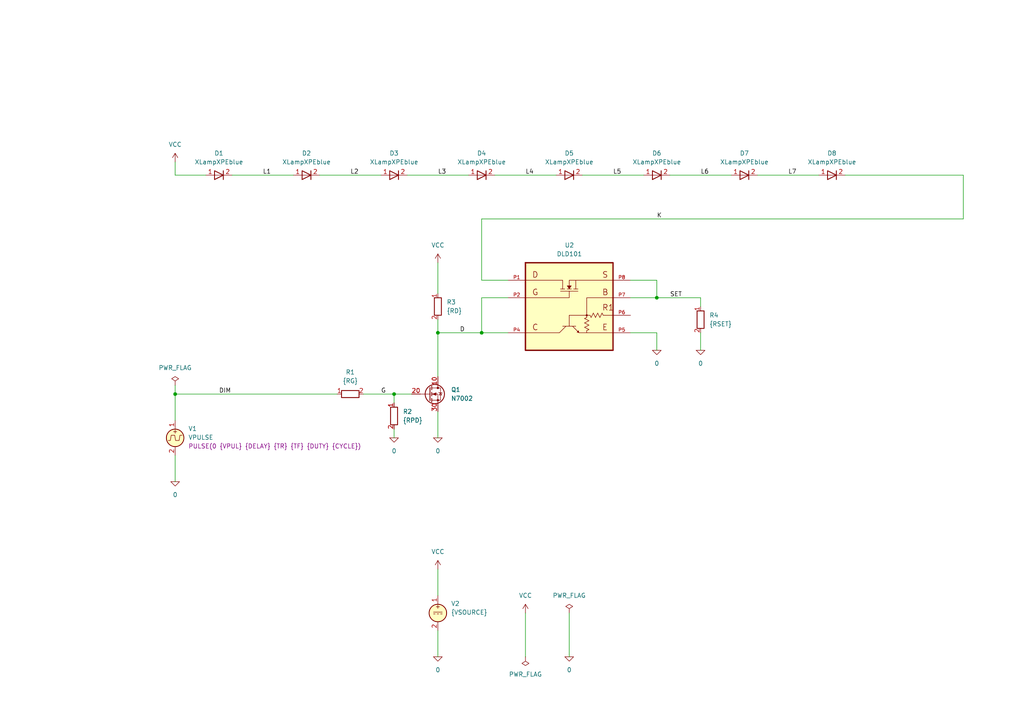
<source format=kicad_sch>
(kicad_sch
	(version 20231120)
	(generator "eeschema")
	(generator_version "8.0")
	(uuid "25f774f4-c046-4ea1-9556-097d097b699a")
	(paper "A4")
	(title_block
		(title "Linear mode current sink led driver. XP-E blue.")
		(date "2024-11-08")
		(rev "2")
		(company "astroelectronic@")
		(comment 1 "-")
		(comment 2 "-")
		(comment 3 "-")
		(comment 4 "AE01003101")
	)
	(lib_symbols
		(symbol "DLD101:0"
			(power)
			(pin_names
				(offset 0)
			)
			(exclude_from_sim no)
			(in_bom yes)
			(on_board yes)
			(property "Reference" "#GND"
				(at 0 -2.54 0)
				(effects
					(font
						(size 1.27 1.27)
					)
					(hide yes)
				)
			)
			(property "Value" "0"
				(at 0 -1.778 0)
				(effects
					(font
						(size 1.27 1.27)
					)
				)
			)
			(property "Footprint" ""
				(at 0 0 0)
				(effects
					(font
						(size 1.27 1.27)
					)
					(hide yes)
				)
			)
			(property "Datasheet" "~"
				(at 0 0 0)
				(effects
					(font
						(size 1.27 1.27)
					)
					(hide yes)
				)
			)
			(property "Description" "0V reference potential for simulation"
				(at 0 0 0)
				(effects
					(font
						(size 1.27 1.27)
					)
					(hide yes)
				)
			)
			(property "ki_keywords" "simulation"
				(at 0 0 0)
				(effects
					(font
						(size 1.27 1.27)
					)
					(hide yes)
				)
			)
			(symbol "0_0_1"
				(polyline
					(pts
						(xy -1.27 0) (xy 0 -1.27) (xy 1.27 0) (xy -1.27 0)
					)
					(stroke
						(width 0)
						(type default)
					)
					(fill
						(type none)
					)
				)
			)
			(symbol "0_1_1"
				(pin power_in line
					(at 0 0 0)
					(length 0) hide
					(name "0"
						(effects
							(font
								(size 1.016 1.016)
							)
						)
					)
					(number "1"
						(effects
							(font
								(size 1.016 1.016)
							)
						)
					)
				)
			)
		)
		(symbol "DLD101:DIODE"
			(pin_names
				(offset 1.016) hide)
			(exclude_from_sim no)
			(in_bom yes)
			(on_board yes)
			(property "Reference" "D"
				(at 0 2.54 0)
				(effects
					(font
						(size 1.27 1.27)
					)
				)
			)
			(property "Value" "${SIM.PARAMS}"
				(at 0 -2.54 0)
				(effects
					(font
						(size 1.27 1.27)
					)
				)
			)
			(property "Footprint" ""
				(at 0 0 0)
				(effects
					(font
						(size 1.27 1.27)
					)
					(hide yes)
				)
			)
			(property "Datasheet" "~"
				(at 0 0 0)
				(effects
					(font
						(size 1.27 1.27)
					)
					(hide yes)
				)
			)
			(property "Description" "Diode, anode on pin 1, for simulation only!"
				(at 0 0 0)
				(effects
					(font
						(size 1.27 1.27)
					)
					(hide yes)
				)
			)
			(property "Sim.Pins" "1=1 2=2"
				(at 0 0 0)
				(effects
					(font
						(size 1.27 1.27)
					)
					(hide yes)
				)
			)
			(property "Sim.Device" "SPICE"
				(at 0 0 0)
				(effects
					(font
						(size 1.27 1.27)
					)
					(justify left)
					(hide yes)
				)
			)
			(property "Sim.Params" "type=\"D\" model=\"DIODE\" lib=\"\""
				(at 0 0 0)
				(effects
					(font
						(size 1.27 1.27)
					)
					(hide yes)
				)
			)
			(property "Spice_Netlist_Enabled" "Y"
				(at 0 0 0)
				(effects
					(font
						(size 1.27 1.27)
					)
					(justify left)
					(hide yes)
				)
			)
			(property "ki_keywords" "simulation"
				(at 0 0 0)
				(effects
					(font
						(size 1.27 1.27)
					)
					(hide yes)
				)
			)
			(symbol "DIODE_0_1"
				(polyline
					(pts
						(xy 1.27 0) (xy -1.27 0)
					)
					(stroke
						(width 0)
						(type default)
					)
					(fill
						(type none)
					)
				)
				(polyline
					(pts
						(xy 1.27 1.27) (xy 1.27 -1.27)
					)
					(stroke
						(width 0.254)
						(type default)
					)
					(fill
						(type none)
					)
				)
				(polyline
					(pts
						(xy -1.27 -1.27) (xy -1.27 1.27) (xy 1.27 0) (xy -1.27 -1.27)
					)
					(stroke
						(width 0.254)
						(type default)
					)
					(fill
						(type none)
					)
				)
			)
			(symbol "DIODE_1_1"
				(pin passive line
					(at -3.81 0 0)
					(length 2.54)
					(name "A"
						(effects
							(font
								(size 1.27 1.27)
							)
						)
					)
					(number "1"
						(effects
							(font
								(size 1.27 1.27)
							)
						)
					)
				)
				(pin passive line
					(at 3.81 0 180)
					(length 2.54)
					(name "K"
						(effects
							(font
								(size 1.27 1.27)
							)
						)
					)
					(number "2"
						(effects
							(font
								(size 1.27 1.27)
							)
						)
					)
				)
			)
		)
		(symbol "DLD101:DLD101"
			(pin_names
				(offset 1.016) hide)
			(exclude_from_sim no)
			(in_bom yes)
			(on_board yes)
			(property "Reference" "U"
				(at -4.8514 14.0462 0)
				(effects
					(font
						(size 1.27 1.27)
					)
					(justify left bottom)
				)
			)
			(property "Value" "DLD101"
				(at -5.9436 -15.6972 0)
				(effects
					(font
						(size 1.27 1.27)
					)
					(justify left bottom)
				)
			)
			(property "Footprint" ""
				(at 0 -2.54 0)
				(effects
					(font
						(size 1.27 1.27)
					)
					(justify bottom)
					(hide yes)
				)
			)
			(property "Datasheet" "https://www.diodes.com/assets/Datasheets/ds32007.pdf"
				(at 0 -2.54 0)
				(effects
					(font
						(size 1.27 1.27)
					)
					(hide yes)
				)
			)
			(property "Description" ""
				(at 0 0 0)
				(effects
					(font
						(size 1.27 1.27)
					)
					(hide yes)
				)
			)
			(symbol "DLD101_0_0"
				(rectangle
					(start -12.7 -12.7)
					(end 12.7 12.7)
					(stroke
						(width 0.4064)
						(type default)
					)
					(fill
						(type background)
					)
				)
				(polyline
					(pts
						(xy -12.7 -7.62) (xy -2.8575 -7.62)
					)
					(stroke
						(width 0.1524)
						(type default)
					)
					(fill
						(type none)
					)
				)
				(polyline
					(pts
						(xy -12.7 2.54) (xy 0 2.54)
					)
					(stroke
						(width 0.1524)
						(type default)
					)
					(fill
						(type none)
					)
				)
				(polyline
					(pts
						(xy -12.7 7.62) (xy -1.905 7.62)
					)
					(stroke
						(width 0.1524)
						(type default)
					)
					(fill
						(type none)
					)
				)
				(polyline
					(pts
						(xy -2.8575 -7.62) (xy -0.9525 -5.715)
					)
					(stroke
						(width 0.1524)
						(type default)
					)
					(fill
						(type none)
					)
				)
				(polyline
					(pts
						(xy -2.54 5.08) (xy -1.27 5.08)
					)
					(stroke
						(width 0.1524)
						(type default)
					)
					(fill
						(type none)
					)
				)
				(polyline
					(pts
						(xy -1.905 -5.715) (xy -0.9525 -5.715)
					)
					(stroke
						(width 0.1524)
						(type default)
					)
					(fill
						(type none)
					)
				)
				(polyline
					(pts
						(xy -1.905 7.62) (xy -1.905 5.08)
					)
					(stroke
						(width 0.1524)
						(type default)
					)
					(fill
						(type none)
					)
				)
				(polyline
					(pts
						(xy -0.9525 -5.715) (xy 0 -5.715)
					)
					(stroke
						(width 0.1524)
						(type default)
					)
					(fill
						(type none)
					)
				)
				(polyline
					(pts
						(xy -0.635 5.08) (xy 0.635 5.08)
					)
					(stroke
						(width 0.1524)
						(type default)
					)
					(fill
						(type none)
					)
				)
				(polyline
					(pts
						(xy 0 -5.715) (xy 0.9525 -5.715)
					)
					(stroke
						(width 0.1524)
						(type default)
					)
					(fill
						(type none)
					)
				)
				(polyline
					(pts
						(xy 0 -2.54) (xy 0 -5.715)
					)
					(stroke
						(width 0.1524)
						(type default)
					)
					(fill
						(type none)
					)
				)
				(polyline
					(pts
						(xy 0 2.54) (xy 0 4.445)
					)
					(stroke
						(width 0.1524)
						(type default)
					)
					(fill
						(type none)
					)
				)
				(polyline
					(pts
						(xy 0 4.445) (xy -2.54 4.445)
					)
					(stroke
						(width 0.1524)
						(type default)
					)
					(fill
						(type none)
					)
				)
				(polyline
					(pts
						(xy 0 4.445) (xy 2.54 4.445)
					)
					(stroke
						(width 0.1524)
						(type default)
					)
					(fill
						(type none)
					)
				)
				(polyline
					(pts
						(xy 0 7.62) (xy 0 5.715)
					)
					(stroke
						(width 0.1524)
						(type default)
					)
					(fill
						(type none)
					)
				)
				(polyline
					(pts
						(xy 0 7.62) (xy 12.7 7.62)
					)
					(stroke
						(width 0.1524)
						(type default)
					)
					(fill
						(type none)
					)
				)
				(polyline
					(pts
						(xy 0.9525 -5.715) (xy 1.905 -5.715)
					)
					(stroke
						(width 0.1524)
						(type default)
					)
					(fill
						(type none)
					)
				)
				(polyline
					(pts
						(xy 0.9525 -5.715) (xy 2.54 -7.3025)
					)
					(stroke
						(width 0.1524)
						(type default)
					)
					(fill
						(type none)
					)
				)
				(polyline
					(pts
						(xy 1.27 5.08) (xy 2.54 5.08)
					)
					(stroke
						(width 0.1524)
						(type default)
					)
					(fill
						(type none)
					)
				)
				(polyline
					(pts
						(xy 1.905 7.62) (xy 1.905 5.08)
					)
					(stroke
						(width 0.1524)
						(type default)
					)
					(fill
						(type none)
					)
				)
				(polyline
					(pts
						(xy 4.445 -6.0325) (xy 5.715 -6.6675)
					)
					(stroke
						(width 0.1524)
						(type default)
					)
					(fill
						(type none)
					)
				)
				(polyline
					(pts
						(xy 4.445 -4.7625) (xy 5.715 -5.3975)
					)
					(stroke
						(width 0.1524)
						(type default)
					)
					(fill
						(type none)
					)
				)
				(polyline
					(pts
						(xy 4.445 -3.4925) (xy 5.715 -4.1275)
					)
					(stroke
						(width 0.1524)
						(type default)
					)
					(fill
						(type none)
					)
				)
				(polyline
					(pts
						(xy 5.08 -7.62) (xy 2.8575 -7.62)
					)
					(stroke
						(width 0.1524)
						(type default)
					)
					(fill
						(type none)
					)
				)
				(polyline
					(pts
						(xy 5.08 -6.985) (xy 5.08 -7.62)
					)
					(stroke
						(width 0.1524)
						(type default)
					)
					(fill
						(type none)
					)
				)
				(polyline
					(pts
						(xy 5.08 -3.175) (xy 4.445 -3.4925)
					)
					(stroke
						(width 0.1524)
						(type default)
					)
					(fill
						(type none)
					)
				)
				(polyline
					(pts
						(xy 5.08 -2.54) (xy 0 -2.54)
					)
					(stroke
						(width 0.1524)
						(type default)
					)
					(fill
						(type none)
					)
				)
				(polyline
					(pts
						(xy 5.08 -2.54) (xy 5.08 -3.175)
					)
					(stroke
						(width 0.1524)
						(type default)
					)
					(fill
						(type none)
					)
				)
				(polyline
					(pts
						(xy 5.08 2.54) (xy 5.08 -2.54)
					)
					(stroke
						(width 0.1524)
						(type default)
					)
					(fill
						(type none)
					)
				)
				(polyline
					(pts
						(xy 5.715 -6.6675) (xy 5.08 -6.985)
					)
					(stroke
						(width 0.1524)
						(type default)
					)
					(fill
						(type none)
					)
				)
				(polyline
					(pts
						(xy 5.715 -5.3975) (xy 4.445 -6.0325)
					)
					(stroke
						(width 0.1524)
						(type default)
					)
					(fill
						(type none)
					)
				)
				(polyline
					(pts
						(xy 5.715 -4.1275) (xy 4.445 -4.7625)
					)
					(stroke
						(width 0.1524)
						(type default)
					)
					(fill
						(type none)
					)
				)
				(polyline
					(pts
						(xy 6.0325 -2.54) (xy 5.08 -2.54)
					)
					(stroke
						(width 0.1524)
						(type default)
					)
					(fill
						(type none)
					)
				)
				(polyline
					(pts
						(xy 6.35 -3.175) (xy 6.0325 -2.54)
					)
					(stroke
						(width 0.1524)
						(type default)
					)
					(fill
						(type none)
					)
				)
				(polyline
					(pts
						(xy 6.985 -1.905) (xy 6.35 -3.175)
					)
					(stroke
						(width 0.1524)
						(type default)
					)
					(fill
						(type none)
					)
				)
				(polyline
					(pts
						(xy 7.62 -3.175) (xy 6.985 -1.905)
					)
					(stroke
						(width 0.1524)
						(type default)
					)
					(fill
						(type none)
					)
				)
				(polyline
					(pts
						(xy 8.255 -1.905) (xy 7.62 -3.175)
					)
					(stroke
						(width 0.1524)
						(type default)
					)
					(fill
						(type none)
					)
				)
				(polyline
					(pts
						(xy 8.89 -3.175) (xy 8.255 -1.905)
					)
					(stroke
						(width 0.1524)
						(type default)
					)
					(fill
						(type none)
					)
				)
				(polyline
					(pts
						(xy 9.525 -1.905) (xy 8.89 -3.175)
					)
					(stroke
						(width 0.1524)
						(type default)
					)
					(fill
						(type none)
					)
				)
				(polyline
					(pts
						(xy 9.8425 -2.54) (xy 9.525 -1.905)
					)
					(stroke
						(width 0.1524)
						(type default)
					)
					(fill
						(type none)
					)
				)
				(polyline
					(pts
						(xy 12.5412 -7.62) (xy 5.08 -7.62)
					)
					(stroke
						(width 0.1524)
						(type default)
					)
					(fill
						(type none)
					)
				)
				(polyline
					(pts
						(xy 12.7 -2.54) (xy 9.8425 -2.54)
					)
					(stroke
						(width 0.1524)
						(type default)
					)
					(fill
						(type none)
					)
				)
				(polyline
					(pts
						(xy 12.7 2.54) (xy 5.08 2.54)
					)
					(stroke
						(width 0.1524)
						(type default)
					)
					(fill
						(type none)
					)
				)
				(polyline
					(pts
						(xy -0.635 6.0325) (xy 0 5.08) (xy 0.635 6.0325) (xy -0.635 6.0325)
					)
					(stroke
						(width 0.01)
						(type default)
					)
					(fill
						(type outline)
					)
				)
				(polyline
					(pts
						(xy 2.8575 -7.62) (xy 2.6988 -6.985) (xy 2.2225 -7.4613) (xy 2.8575 -7.62)
					)
					(stroke
						(width 0.01)
						(type default)
					)
					(fill
						(type outline)
					)
				)
				(circle
					(center 5.08 -2.54)
					(radius 0.1588)
					(stroke
						(width 0.1524)
						(type default)
					)
					(fill
						(type none)
					)
				)
				(circle
					(center 5.08 -2.54)
					(radius 0.2245)
					(stroke
						(width 0.1524)
						(type default)
					)
					(fill
						(type none)
					)
				)
				(text "B"
					(at 9.525 3.175 0)
					(effects
						(font
							(size 1.6764 1.6764)
						)
						(justify left bottom)
					)
				)
				(text "C"
					(at -10.795 -6.985 0)
					(effects
						(font
							(size 1.6764 1.6764)
						)
						(justify left bottom)
					)
				)
				(text "D"
					(at -10.795 8.255 0)
					(effects
						(font
							(size 1.6764 1.6764)
						)
						(justify left bottom)
					)
				)
				(text "E"
					(at 9.525 -6.985 0)
					(effects
						(font
							(size 1.6764 1.6764)
						)
						(justify left bottom)
					)
				)
				(text "G"
					(at -10.795 3.175 0)
					(effects
						(font
							(size 1.6764 1.6764)
						)
						(justify left bottom)
					)
				)
				(text "R1"
					(at 9.525 -1.27 0)
					(effects
						(font
							(size 1.6764 1.6764)
						)
						(justify left bottom)
					)
				)
				(text "S"
					(at 9.525 8.255 0)
					(effects
						(font
							(size 1.6764 1.6764)
						)
						(justify left bottom)
					)
				)
				(pin passive line
					(at -17.78 7.62 0)
					(length 5.08)
					(name "D"
						(effects
							(font
								(size 1.016 1.016)
							)
						)
					)
					(number "P1"
						(effects
							(font
								(size 1.016 1.016)
							)
						)
					)
				)
				(pin passive line
					(at -17.78 2.54 0)
					(length 5.08)
					(name "G"
						(effects
							(font
								(size 1.016 1.016)
							)
						)
					)
					(number "P2"
						(effects
							(font
								(size 1.016 1.016)
							)
						)
					)
				)
				(pin passive line
					(at -17.78 -7.62 0)
					(length 5.08)
					(name "C"
						(effects
							(font
								(size 1.016 1.016)
							)
						)
					)
					(number "P4"
						(effects
							(font
								(size 1.016 1.016)
							)
						)
					)
				)
				(pin passive line
					(at 17.78 -7.62 180)
					(length 5.08)
					(name "E"
						(effects
							(font
								(size 1.016 1.016)
							)
						)
					)
					(number "P5"
						(effects
							(font
								(size 1.016 1.016)
							)
						)
					)
				)
				(pin passive line
					(at 17.78 -2.54 180)
					(length 5.08)
					(name "R1"
						(effects
							(font
								(size 1.016 1.016)
							)
						)
					)
					(number "P6"
						(effects
							(font
								(size 1.016 1.016)
							)
						)
					)
				)
				(pin passive line
					(at 17.78 2.54 180)
					(length 5.08)
					(name "B"
						(effects
							(font
								(size 1.016 1.016)
							)
						)
					)
					(number "P7"
						(effects
							(font
								(size 1.016 1.016)
							)
						)
					)
				)
				(pin passive line
					(at 17.78 7.62 180)
					(length 5.08)
					(name "S"
						(effects
							(font
								(size 1.016 1.016)
							)
						)
					)
					(number "P8"
						(effects
							(font
								(size 1.016 1.016)
							)
						)
					)
				)
			)
		)
		(symbol "DLD101:N7002"
			(pin_names
				(offset 0) hide)
			(exclude_from_sim no)
			(in_bom yes)
			(on_board yes)
			(property "Reference" "Q"
				(at 5.08 1.27 0)
				(effects
					(font
						(size 1.27 1.27)
					)
					(justify left)
				)
			)
			(property "Value" "N7002"
				(at 5.08 -1.27 0)
				(effects
					(font
						(size 1.27 1.27)
					)
					(justify left)
				)
			)
			(property "Footprint" ""
				(at 5.08 2.54 0)
				(effects
					(font
						(size 1.27 1.27)
					)
					(hide yes)
				)
			)
			(property "Datasheet" "~"
				(at 0 0 0)
				(effects
					(font
						(size 1.27 1.27)
					)
					(hide yes)
				)
			)
			(property "Description" "N-MOSFET transistor, drain/gate/source"
				(at 0 0 0)
				(effects
					(font
						(size 1.27 1.27)
					)
					(hide yes)
				)
			)
			(property "ki_keywords" "transistor NMOS N-MOS N-MOSFET"
				(at 0 0 0)
				(effects
					(font
						(size 1.27 1.27)
					)
					(hide yes)
				)
			)
			(symbol "N7002_0_1"
				(polyline
					(pts
						(xy 0.254 0) (xy -2.54 0)
					)
					(stroke
						(width 0)
						(type default)
					)
					(fill
						(type none)
					)
				)
				(polyline
					(pts
						(xy 0.254 1.905) (xy 0.254 -1.905)
					)
					(stroke
						(width 0.254)
						(type default)
					)
					(fill
						(type none)
					)
				)
				(polyline
					(pts
						(xy 0.762 -1.27) (xy 0.762 -2.286)
					)
					(stroke
						(width 0.254)
						(type default)
					)
					(fill
						(type none)
					)
				)
				(polyline
					(pts
						(xy 0.762 0.508) (xy 0.762 -0.508)
					)
					(stroke
						(width 0.254)
						(type default)
					)
					(fill
						(type none)
					)
				)
				(polyline
					(pts
						(xy 0.762 2.286) (xy 0.762 1.27)
					)
					(stroke
						(width 0.254)
						(type default)
					)
					(fill
						(type none)
					)
				)
				(polyline
					(pts
						(xy 2.54 2.54) (xy 2.54 1.778)
					)
					(stroke
						(width 0)
						(type default)
					)
					(fill
						(type none)
					)
				)
				(polyline
					(pts
						(xy 2.54 -2.54) (xy 2.54 0) (xy 0.762 0)
					)
					(stroke
						(width 0)
						(type default)
					)
					(fill
						(type none)
					)
				)
				(polyline
					(pts
						(xy 0.762 -1.778) (xy 3.302 -1.778) (xy 3.302 1.778) (xy 0.762 1.778)
					)
					(stroke
						(width 0)
						(type default)
					)
					(fill
						(type none)
					)
				)
				(polyline
					(pts
						(xy 1.016 0) (xy 2.032 0.381) (xy 2.032 -0.381) (xy 1.016 0)
					)
					(stroke
						(width 0)
						(type default)
					)
					(fill
						(type outline)
					)
				)
				(polyline
					(pts
						(xy 2.794 0.508) (xy 2.921 0.381) (xy 3.683 0.381) (xy 3.81 0.254)
					)
					(stroke
						(width 0)
						(type default)
					)
					(fill
						(type none)
					)
				)
				(polyline
					(pts
						(xy 3.302 0.381) (xy 2.921 -0.254) (xy 3.683 -0.254) (xy 3.302 0.381)
					)
					(stroke
						(width 0)
						(type default)
					)
					(fill
						(type none)
					)
				)
				(circle
					(center 1.651 0)
					(radius 2.794)
					(stroke
						(width 0.254)
						(type default)
					)
					(fill
						(type none)
					)
				)
				(circle
					(center 2.54 -1.778)
					(radius 0.254)
					(stroke
						(width 0)
						(type default)
					)
					(fill
						(type outline)
					)
				)
				(circle
					(center 2.54 1.778)
					(radius 0.254)
					(stroke
						(width 0)
						(type default)
					)
					(fill
						(type outline)
					)
				)
			)
			(symbol "N7002_1_1"
				(pin passive line
					(at 2.54 5.08 270)
					(length 2.54)
					(name "D"
						(effects
							(font
								(size 1.27 1.27)
							)
						)
					)
					(number "10"
						(effects
							(font
								(size 1.27 1.27)
							)
						)
					)
				)
				(pin passive line
					(at -5.08 0 0)
					(length 2.54)
					(name "G"
						(effects
							(font
								(size 1.27 1.27)
							)
						)
					)
					(number "20"
						(effects
							(font
								(size 1.27 1.27)
							)
						)
					)
				)
				(pin passive line
					(at 2.54 -5.08 90)
					(length 2.54)
					(name "S"
						(effects
							(font
								(size 1.27 1.27)
							)
						)
					)
					(number "30"
						(effects
							(font
								(size 1.27 1.27)
							)
						)
					)
				)
			)
		)
		(symbol "DLD101:PWR_FLAG"
			(power)
			(pin_numbers hide)
			(pin_names
				(offset 0) hide)
			(exclude_from_sim no)
			(in_bom yes)
			(on_board yes)
			(property "Reference" "#FLG"
				(at 0 1.905 0)
				(effects
					(font
						(size 1.27 1.27)
					)
					(hide yes)
				)
			)
			(property "Value" "PWR_FLAG"
				(at 0 3.81 0)
				(effects
					(font
						(size 1.27 1.27)
					)
				)
			)
			(property "Footprint" ""
				(at 0 0 0)
				(effects
					(font
						(size 1.27 1.27)
					)
					(hide yes)
				)
			)
			(property "Datasheet" "~"
				(at 0 0 0)
				(effects
					(font
						(size 1.27 1.27)
					)
					(hide yes)
				)
			)
			(property "Description" "Special symbol for telling ERC where power comes from"
				(at 0 0 0)
				(effects
					(font
						(size 1.27 1.27)
					)
					(hide yes)
				)
			)
			(property "ki_keywords" "flag power"
				(at 0 0 0)
				(effects
					(font
						(size 1.27 1.27)
					)
					(hide yes)
				)
			)
			(symbol "PWR_FLAG_0_0"
				(pin power_out line
					(at 0 0 90)
					(length 0)
					(name "pwr"
						(effects
							(font
								(size 1.27 1.27)
							)
						)
					)
					(number "1"
						(effects
							(font
								(size 1.27 1.27)
							)
						)
					)
				)
			)
			(symbol "PWR_FLAG_0_1"
				(polyline
					(pts
						(xy 0 0) (xy 0 1.27) (xy -1.016 1.905) (xy 0 2.54) (xy 1.016 1.905) (xy 0 1.27)
					)
					(stroke
						(width 0)
						(type default)
					)
					(fill
						(type none)
					)
				)
			)
		)
		(symbol "DLD101:R"
			(pin_names
				(offset 0) hide)
			(exclude_from_sim no)
			(in_bom yes)
			(on_board yes)
			(property "Reference" "R"
				(at 2.032 0 90)
				(effects
					(font
						(size 1.27 1.27)
					)
				)
			)
			(property "Value" "R"
				(at 0 0 90)
				(effects
					(font
						(size 1.27 1.27)
					)
				)
			)
			(property "Footprint" ""
				(at -1.778 0 90)
				(effects
					(font
						(size 1.27 1.27)
					)
					(hide yes)
				)
			)
			(property "Datasheet" "~"
				(at 0 0 0)
				(effects
					(font
						(size 1.27 1.27)
					)
					(hide yes)
				)
			)
			(property "Description" "Resistor"
				(at 0 0 0)
				(effects
					(font
						(size 1.27 1.27)
					)
					(hide yes)
				)
			)
			(property "ki_keywords" "R res resistor"
				(at 0 0 0)
				(effects
					(font
						(size 1.27 1.27)
					)
					(hide yes)
				)
			)
			(property "ki_fp_filters" "R_*"
				(at 0 0 0)
				(effects
					(font
						(size 1.27 1.27)
					)
					(hide yes)
				)
			)
			(symbol "R_0_1"
				(rectangle
					(start -1.016 -2.54)
					(end 1.016 2.54)
					(stroke
						(width 0.254)
						(type default)
					)
					(fill
						(type none)
					)
				)
			)
			(symbol "R_1_1"
				(pin passive line
					(at 0 3.81 270)
					(length 1.27)
					(name "~"
						(effects
							(font
								(size 1.27 1.27)
							)
						)
					)
					(number "1"
						(effects
							(font
								(size 1.27 1.27)
							)
						)
					)
				)
				(pin passive line
					(at 0 -3.81 90)
					(length 1.27)
					(name "~"
						(effects
							(font
								(size 1.27 1.27)
							)
						)
					)
					(number "2"
						(effects
							(font
								(size 1.27 1.27)
							)
						)
					)
				)
			)
		)
		(symbol "DLD101:VCC"
			(power)
			(pin_names
				(offset 0)
			)
			(exclude_from_sim no)
			(in_bom yes)
			(on_board yes)
			(property "Reference" "#PWR"
				(at 0 -3.81 0)
				(effects
					(font
						(size 1.27 1.27)
					)
					(hide yes)
				)
			)
			(property "Value" "VCC"
				(at 0 3.81 0)
				(effects
					(font
						(size 1.27 1.27)
					)
				)
			)
			(property "Footprint" ""
				(at 0 0 0)
				(effects
					(font
						(size 1.27 1.27)
					)
					(hide yes)
				)
			)
			(property "Datasheet" ""
				(at 0 0 0)
				(effects
					(font
						(size 1.27 1.27)
					)
					(hide yes)
				)
			)
			(property "Description" "Power symbol creates a global label with name \"VCC\""
				(at 0 0 0)
				(effects
					(font
						(size 1.27 1.27)
					)
					(hide yes)
				)
			)
			(property "ki_keywords" "global power"
				(at 0 0 0)
				(effects
					(font
						(size 1.27 1.27)
					)
					(hide yes)
				)
			)
			(symbol "VCC_0_1"
				(polyline
					(pts
						(xy -0.762 1.27) (xy 0 2.54)
					)
					(stroke
						(width 0)
						(type default)
					)
					(fill
						(type none)
					)
				)
				(polyline
					(pts
						(xy 0 0) (xy 0 2.54)
					)
					(stroke
						(width 0)
						(type default)
					)
					(fill
						(type none)
					)
				)
				(polyline
					(pts
						(xy 0 2.54) (xy 0.762 1.27)
					)
					(stroke
						(width 0)
						(type default)
					)
					(fill
						(type none)
					)
				)
			)
			(symbol "VCC_1_1"
				(pin power_in line
					(at 0 0 90)
					(length 0) hide
					(name "VCC"
						(effects
							(font
								(size 1.27 1.27)
							)
						)
					)
					(number "1"
						(effects
							(font
								(size 1.27 1.27)
							)
						)
					)
				)
			)
		)
		(symbol "DLD101:VDC"
			(pin_names
				(offset 0.0254) hide)
			(exclude_from_sim no)
			(in_bom yes)
			(on_board yes)
			(property "Reference" "V"
				(at 2.54 2.54 0)
				(effects
					(font
						(size 1.27 1.27)
					)
					(justify left)
				)
			)
			(property "Value" "1"
				(at 2.54 0 0)
				(effects
					(font
						(size 1.27 1.27)
					)
					(justify left)
				)
			)
			(property "Footprint" ""
				(at 0 0 0)
				(effects
					(font
						(size 1.27 1.27)
					)
					(hide yes)
				)
			)
			(property "Datasheet" "~"
				(at 0 0 0)
				(effects
					(font
						(size 1.27 1.27)
					)
					(hide yes)
				)
			)
			(property "Description" "Voltage source, DC"
				(at 0 0 0)
				(effects
					(font
						(size 1.27 1.27)
					)
					(hide yes)
				)
			)
			(property "Sim.Pins" "1=+ 2=-"
				(at 0 0 0)
				(effects
					(font
						(size 1.27 1.27)
					)
					(hide yes)
				)
			)
			(property "Sim.Type" "DC"
				(at 0 0 0)
				(effects
					(font
						(size 1.27 1.27)
					)
					(hide yes)
				)
			)
			(property "Sim.Device" "V"
				(at 0 0 0)
				(effects
					(font
						(size 1.27 1.27)
					)
					(justify left)
					(hide yes)
				)
			)
			(property "Spice_Netlist_Enabled" "Y"
				(at 0 0 0)
				(effects
					(font
						(size 1.27 1.27)
					)
					(justify left)
					(hide yes)
				)
			)
			(property "ki_keywords" "simulation"
				(at 0 0 0)
				(effects
					(font
						(size 1.27 1.27)
					)
					(hide yes)
				)
			)
			(symbol "VDC_0_0"
				(polyline
					(pts
						(xy -1.27 0.254) (xy 1.27 0.254)
					)
					(stroke
						(width 0)
						(type default)
					)
					(fill
						(type none)
					)
				)
				(polyline
					(pts
						(xy -0.762 -0.254) (xy -1.27 -0.254)
					)
					(stroke
						(width 0)
						(type default)
					)
					(fill
						(type none)
					)
				)
				(polyline
					(pts
						(xy 0.254 -0.254) (xy -0.254 -0.254)
					)
					(stroke
						(width 0)
						(type default)
					)
					(fill
						(type none)
					)
				)
				(polyline
					(pts
						(xy 1.27 -0.254) (xy 0.762 -0.254)
					)
					(stroke
						(width 0)
						(type default)
					)
					(fill
						(type none)
					)
				)
				(text "+"
					(at 0 1.905 0)
					(effects
						(font
							(size 1.27 1.27)
						)
					)
				)
			)
			(symbol "VDC_0_1"
				(circle
					(center 0 0)
					(radius 2.54)
					(stroke
						(width 0.254)
						(type default)
					)
					(fill
						(type background)
					)
				)
			)
			(symbol "VDC_1_1"
				(pin passive line
					(at 0 5.08 270)
					(length 2.54)
					(name "~"
						(effects
							(font
								(size 1.27 1.27)
							)
						)
					)
					(number "1"
						(effects
							(font
								(size 1.27 1.27)
							)
						)
					)
				)
				(pin passive line
					(at 0 -5.08 90)
					(length 2.54)
					(name "~"
						(effects
							(font
								(size 1.27 1.27)
							)
						)
					)
					(number "2"
						(effects
							(font
								(size 1.27 1.27)
							)
						)
					)
				)
			)
		)
		(symbol "DLD101:VPULSE"
			(pin_names
				(offset 0.0254) hide)
			(exclude_from_sim no)
			(in_bom yes)
			(on_board yes)
			(property "Reference" "V"
				(at 2.54 2.54 0)
				(effects
					(font
						(size 1.27 1.27)
					)
					(justify left)
				)
			)
			(property "Value" "VPULSE"
				(at 2.54 0 0)
				(effects
					(font
						(size 1.27 1.27)
					)
					(justify left)
				)
			)
			(property "Footprint" ""
				(at 0 0 0)
				(effects
					(font
						(size 1.27 1.27)
					)
					(hide yes)
				)
			)
			(property "Datasheet" "~"
				(at 0 0 0)
				(effects
					(font
						(size 1.27 1.27)
					)
					(hide yes)
				)
			)
			(property "Description" "Voltage source, pulse"
				(at 0 0 0)
				(effects
					(font
						(size 1.27 1.27)
					)
					(hide yes)
				)
			)
			(property "Sim.Pins" "1=+ 2=-"
				(at 0 0 0)
				(effects
					(font
						(size 1.27 1.27)
					)
					(hide yes)
				)
			)
			(property "Sim.Type" "PULSE"
				(at 0 0 0)
				(effects
					(font
						(size 1.27 1.27)
					)
					(hide yes)
				)
			)
			(property "Sim.Device" "V"
				(at 0 0 0)
				(effects
					(font
						(size 1.27 1.27)
					)
					(justify left)
					(hide yes)
				)
			)
			(property "Sim.Params" "y1=0 y2=1 td=2n tr=2n tf=2n tw=50n per=100n"
				(at 2.54 -2.54 0)
				(effects
					(font
						(size 1.27 1.27)
					)
					(justify left)
				)
			)
			(property "Spice_Netlist_Enabled" "Y"
				(at 0 0 0)
				(effects
					(font
						(size 1.27 1.27)
					)
					(justify left)
					(hide yes)
				)
			)
			(property "ki_keywords" "simulation"
				(at 0 0 0)
				(effects
					(font
						(size 1.27 1.27)
					)
					(hide yes)
				)
			)
			(symbol "VPULSE_0_0"
				(polyline
					(pts
						(xy -2.032 -0.762) (xy -1.397 -0.762) (xy -1.143 0.762) (xy -0.127 0.762) (xy 0.127 -0.762) (xy 1.143 -0.762)
						(xy 1.397 0.762) (xy 2.032 0.762)
					)
					(stroke
						(width 0)
						(type default)
					)
					(fill
						(type none)
					)
				)
				(text "+"
					(at 0 1.905 0)
					(effects
						(font
							(size 1.27 1.27)
						)
					)
				)
			)
			(symbol "VPULSE_0_1"
				(circle
					(center 0 0)
					(radius 2.54)
					(stroke
						(width 0.254)
						(type default)
					)
					(fill
						(type background)
					)
				)
			)
			(symbol "VPULSE_1_1"
				(pin passive line
					(at 0 5.08 270)
					(length 2.54)
					(name "~"
						(effects
							(font
								(size 1.27 1.27)
							)
						)
					)
					(number "1"
						(effects
							(font
								(size 1.27 1.27)
							)
						)
					)
				)
				(pin passive line
					(at 0 -5.08 90)
					(length 2.54)
					(name "~"
						(effects
							(font
								(size 1.27 1.27)
							)
						)
					)
					(number "2"
						(effects
							(font
								(size 1.27 1.27)
							)
						)
					)
				)
			)
		)
		(symbol "R_1"
			(pin_names
				(offset 0) hide)
			(exclude_from_sim no)
			(in_bom yes)
			(on_board yes)
			(property "Reference" "R"
				(at 2.032 0 90)
				(effects
					(font
						(size 1.27 1.27)
					)
				)
			)
			(property "Value" "R_1"
				(at 0 0 90)
				(effects
					(font
						(size 1.27 1.27)
					)
				)
			)
			(property "Footprint" ""
				(at -1.778 0 90)
				(effects
					(font
						(size 1.27 1.27)
					)
					(hide yes)
				)
			)
			(property "Datasheet" "~"
				(at 0 0 0)
				(effects
					(font
						(size 1.27 1.27)
					)
					(hide yes)
				)
			)
			(property "Description" "Resistor"
				(at 0 0 0)
				(effects
					(font
						(size 1.27 1.27)
					)
					(hide yes)
				)
			)
			(property "ki_keywords" "R res resistor"
				(at 0 0 0)
				(effects
					(font
						(size 1.27 1.27)
					)
					(hide yes)
				)
			)
			(property "ki_fp_filters" "R_*"
				(at 0 0 0)
				(effects
					(font
						(size 1.27 1.27)
					)
					(hide yes)
				)
			)
			(symbol "R_1_0_1"
				(rectangle
					(start -1.016 -2.54)
					(end 1.016 2.54)
					(stroke
						(width 0.254)
						(type default)
					)
					(fill
						(type none)
					)
				)
			)
			(symbol "R_1_1_1"
				(pin passive line
					(at 0 3.81 270)
					(length 1.27)
					(name "~"
						(effects
							(font
								(size 1.27 1.27)
							)
						)
					)
					(number "1"
						(effects
							(font
								(size 1.27 1.27)
							)
						)
					)
				)
				(pin passive line
					(at 0 -3.81 90)
					(length 1.27)
					(name "~"
						(effects
							(font
								(size 1.27 1.27)
							)
						)
					)
					(number "2"
						(effects
							(font
								(size 1.27 1.27)
							)
						)
					)
				)
			)
		)
		(symbol "R_2"
			(pin_names
				(offset 0) hide)
			(exclude_from_sim no)
			(in_bom yes)
			(on_board yes)
			(property "Reference" "R"
				(at 2.032 0 90)
				(effects
					(font
						(size 1.27 1.27)
					)
				)
			)
			(property "Value" "R_2"
				(at 0 0 90)
				(effects
					(font
						(size 1.27 1.27)
					)
				)
			)
			(property "Footprint" ""
				(at -1.778 0 90)
				(effects
					(font
						(size 1.27 1.27)
					)
					(hide yes)
				)
			)
			(property "Datasheet" "~"
				(at 0 0 0)
				(effects
					(font
						(size 1.27 1.27)
					)
					(hide yes)
				)
			)
			(property "Description" "Resistor"
				(at 0 0 0)
				(effects
					(font
						(size 1.27 1.27)
					)
					(hide yes)
				)
			)
			(property "ki_keywords" "R res resistor"
				(at 0 0 0)
				(effects
					(font
						(size 1.27 1.27)
					)
					(hide yes)
				)
			)
			(property "ki_fp_filters" "R_*"
				(at 0 0 0)
				(effects
					(font
						(size 1.27 1.27)
					)
					(hide yes)
				)
			)
			(symbol "R_2_0_1"
				(rectangle
					(start -1.016 -2.54)
					(end 1.016 2.54)
					(stroke
						(width 0.254)
						(type default)
					)
					(fill
						(type none)
					)
				)
			)
			(symbol "R_2_1_1"
				(pin passive line
					(at 0 3.81 270)
					(length 1.27)
					(name "~"
						(effects
							(font
								(size 1.27 1.27)
							)
						)
					)
					(number "1"
						(effects
							(font
								(size 1.27 1.27)
							)
						)
					)
				)
				(pin passive line
					(at 0 -3.81 90)
					(length 1.27)
					(name "~"
						(effects
							(font
								(size 1.27 1.27)
							)
						)
					)
					(number "2"
						(effects
							(font
								(size 1.27 1.27)
							)
						)
					)
				)
			)
		)
		(symbol "R_3"
			(pin_names
				(offset 0) hide)
			(exclude_from_sim no)
			(in_bom yes)
			(on_board yes)
			(property "Reference" "R"
				(at 2.032 0 90)
				(effects
					(font
						(size 1.27 1.27)
					)
				)
			)
			(property "Value" "R_3"
				(at 0 0 90)
				(effects
					(font
						(size 1.27 1.27)
					)
				)
			)
			(property "Footprint" ""
				(at -1.778 0 90)
				(effects
					(font
						(size 1.27 1.27)
					)
					(hide yes)
				)
			)
			(property "Datasheet" "~"
				(at 0 0 0)
				(effects
					(font
						(size 1.27 1.27)
					)
					(hide yes)
				)
			)
			(property "Description" "Resistor"
				(at 0 0 0)
				(effects
					(font
						(size 1.27 1.27)
					)
					(hide yes)
				)
			)
			(property "ki_keywords" "R res resistor"
				(at 0 0 0)
				(effects
					(font
						(size 1.27 1.27)
					)
					(hide yes)
				)
			)
			(property "ki_fp_filters" "R_*"
				(at 0 0 0)
				(effects
					(font
						(size 1.27 1.27)
					)
					(hide yes)
				)
			)
			(symbol "R_3_0_1"
				(rectangle
					(start -1.016 -2.54)
					(end 1.016 2.54)
					(stroke
						(width 0.254)
						(type default)
					)
					(fill
						(type none)
					)
				)
			)
			(symbol "R_3_1_1"
				(pin passive line
					(at 0 3.81 270)
					(length 1.27)
					(name "~"
						(effects
							(font
								(size 1.27 1.27)
							)
						)
					)
					(number "1"
						(effects
							(font
								(size 1.27 1.27)
							)
						)
					)
				)
				(pin passive line
					(at 0 -3.81 90)
					(length 1.27)
					(name "~"
						(effects
							(font
								(size 1.27 1.27)
							)
						)
					)
					(number "2"
						(effects
							(font
								(size 1.27 1.27)
							)
						)
					)
				)
			)
		)
	)
	(junction
		(at 50.8 114.3)
		(diameter 0)
		(color 0 0 0 0)
		(uuid "1dc045e2-8d9b-4ad7-89e1-c9629b863d56")
	)
	(junction
		(at 127 96.52)
		(diameter 0)
		(color 0 0 0 0)
		(uuid "231a8690-cf3d-4bbe-9d8e-16562d9a55c6")
	)
	(junction
		(at 139.7 96.52)
		(diameter 0)
		(color 0 0 0 0)
		(uuid "27f9e265-03c6-4bac-a21e-9af9f933f901")
	)
	(junction
		(at 190.5 86.36)
		(diameter 0)
		(color 0 0 0 0)
		(uuid "6886c089-6247-4938-ad23-59712fd668e3")
	)
	(junction
		(at 114.3 114.3)
		(diameter 0)
		(color 0 0 0 0)
		(uuid "6cd8b069-8800-4ee0-b9aa-cfbd9109d0f0")
	)
	(wire
		(pts
			(xy 50.8 111.76) (xy 50.8 114.3)
		)
		(stroke
			(width 0)
			(type default)
		)
		(uuid "03a4fe2f-66bb-4154-98ef-362501fa36ca")
	)
	(wire
		(pts
			(xy 245.11 50.8) (xy 279.4 50.8)
		)
		(stroke
			(width 0)
			(type default)
		)
		(uuid "0fb3a15b-52e6-4de2-a6f9-8c60178c90c4")
	)
	(wire
		(pts
			(xy 67.31 50.8) (xy 85.09 50.8)
		)
		(stroke
			(width 0)
			(type default)
		)
		(uuid "1b0e78ee-79c6-4f5a-980d-aed5aacd5817")
	)
	(wire
		(pts
			(xy 114.3 114.3) (xy 114.3 116.84)
		)
		(stroke
			(width 0)
			(type default)
		)
		(uuid "1bfb3656-26ae-4c50-861f-dc74eb760e0c")
	)
	(wire
		(pts
			(xy 139.7 96.52) (xy 139.7 86.36)
		)
		(stroke
			(width 0)
			(type default)
		)
		(uuid "1f89ee33-b2cf-4495-8dd3-d408a9f1ee1b")
	)
	(wire
		(pts
			(xy 165.1 177.8) (xy 165.1 190.5)
		)
		(stroke
			(width 0)
			(type default)
		)
		(uuid "1f96e181-3c8f-46ee-a288-77b61be7168e")
	)
	(wire
		(pts
			(xy 168.91 50.8) (xy 186.69 50.8)
		)
		(stroke
			(width 0)
			(type default)
		)
		(uuid "21434efd-a69f-4824-989e-7733b1efec3d")
	)
	(wire
		(pts
			(xy 127 96.52) (xy 127 109.22)
		)
		(stroke
			(width 0)
			(type default)
		)
		(uuid "254fcee0-2db6-496c-a5fa-f45b0ca68cf8")
	)
	(wire
		(pts
			(xy 190.5 96.52) (xy 190.5 101.6)
		)
		(stroke
			(width 0)
			(type default)
		)
		(uuid "2daa0931-a134-4bd5-8b21-285c1853fb38")
	)
	(wire
		(pts
			(xy 50.8 114.3) (xy 50.8 121.92)
		)
		(stroke
			(width 0)
			(type default)
		)
		(uuid "35dfef20-bec8-43b6-a243-bd2d11587ba2")
	)
	(wire
		(pts
			(xy 139.7 63.5) (xy 279.4 63.5)
		)
		(stroke
			(width 0)
			(type default)
		)
		(uuid "3ab1e50b-9dc1-49a7-b1ce-fd23ba87795f")
	)
	(wire
		(pts
			(xy 147.32 96.52) (xy 139.7 96.52)
		)
		(stroke
			(width 0)
			(type default)
		)
		(uuid "43cd9558-61f3-4312-b62d-a29f2caa25f4")
	)
	(wire
		(pts
			(xy 118.11 50.8) (xy 135.89 50.8)
		)
		(stroke
			(width 0)
			(type default)
		)
		(uuid "449d9536-f1bd-400e-b134-799e3619847d")
	)
	(wire
		(pts
			(xy 203.2 96.52) (xy 203.2 101.6)
		)
		(stroke
			(width 0)
			(type default)
		)
		(uuid "4a7fa1cf-a265-4736-85ba-02228d24908f")
	)
	(wire
		(pts
			(xy 182.88 81.28) (xy 190.5 81.28)
		)
		(stroke
			(width 0)
			(type default)
		)
		(uuid "50b38ee5-ff5d-460e-a9f1-22333acc1f92")
	)
	(wire
		(pts
			(xy 127 182.88) (xy 127 190.5)
		)
		(stroke
			(width 0)
			(type default)
		)
		(uuid "51efd524-00ea-4442-85e0-e126baf675a2")
	)
	(wire
		(pts
			(xy 50.8 46.99) (xy 50.8 50.8)
		)
		(stroke
			(width 0)
			(type default)
		)
		(uuid "567d84b3-d5f1-4a33-aa16-7c2ac62096d6")
	)
	(wire
		(pts
			(xy 127 76.2) (xy 127 85.09)
		)
		(stroke
			(width 0)
			(type default)
		)
		(uuid "5d8c6a48-25c6-442d-a141-9cb564c86dd2")
	)
	(wire
		(pts
			(xy 127 165.1) (xy 127 172.72)
		)
		(stroke
			(width 0)
			(type default)
		)
		(uuid "6869d0c1-c208-4d10-8a38-b280c19458e0")
	)
	(wire
		(pts
			(xy 114.3 124.46) (xy 114.3 127)
		)
		(stroke
			(width 0)
			(type default)
		)
		(uuid "783f7fad-72fb-41e1-b7a9-dbb326073d48")
	)
	(wire
		(pts
			(xy 127 119.38) (xy 127 127)
		)
		(stroke
			(width 0)
			(type default)
		)
		(uuid "79b7a47a-6a0e-486c-9a4f-921d1e30812a")
	)
	(wire
		(pts
			(xy 59.69 50.8) (xy 50.8 50.8)
		)
		(stroke
			(width 0)
			(type default)
		)
		(uuid "7c9c50a3-28b2-4060-8162-2f2cc5e81252")
	)
	(wire
		(pts
			(xy 152.4 177.8) (xy 152.4 190.5)
		)
		(stroke
			(width 0)
			(type default)
		)
		(uuid "7cec2764-f974-4683-9f71-d5a3244bd226")
	)
	(wire
		(pts
			(xy 139.7 81.28) (xy 147.32 81.28)
		)
		(stroke
			(width 0)
			(type default)
		)
		(uuid "7de2846a-c4fd-426e-93da-751bc3627294")
	)
	(wire
		(pts
			(xy 114.3 114.3) (xy 119.38 114.3)
		)
		(stroke
			(width 0)
			(type default)
		)
		(uuid "8e608537-db76-49ec-8ce1-589b2f437cd7")
	)
	(wire
		(pts
			(xy 190.5 86.36) (xy 203.2 86.36)
		)
		(stroke
			(width 0)
			(type default)
		)
		(uuid "9aae6465-2075-4417-b914-ff636d75afcc")
	)
	(wire
		(pts
			(xy 105.41 114.3) (xy 114.3 114.3)
		)
		(stroke
			(width 0)
			(type default)
		)
		(uuid "a044a484-316c-4538-905e-b40631330ac8")
	)
	(wire
		(pts
			(xy 219.71 50.8) (xy 237.49 50.8)
		)
		(stroke
			(width 0)
			(type default)
		)
		(uuid "a2d95e80-b7c3-4167-b35c-c0a0c84428a6")
	)
	(wire
		(pts
			(xy 92.71 50.8) (xy 110.49 50.8)
		)
		(stroke
			(width 0)
			(type default)
		)
		(uuid "bdd2aa47-4839-4041-8952-9e38df5332e1")
	)
	(wire
		(pts
			(xy 139.7 96.52) (xy 127 96.52)
		)
		(stroke
			(width 0)
			(type default)
		)
		(uuid "bddd418b-edb8-4004-a604-2d373918c26e")
	)
	(wire
		(pts
			(xy 139.7 63.5) (xy 139.7 81.28)
		)
		(stroke
			(width 0)
			(type default)
		)
		(uuid "bf7a7315-0502-4699-928b-7899c015c8b4")
	)
	(wire
		(pts
			(xy 139.7 86.36) (xy 147.32 86.36)
		)
		(stroke
			(width 0)
			(type default)
		)
		(uuid "c0e60208-e408-4065-9ee4-557cdfb50ef7")
	)
	(wire
		(pts
			(xy 190.5 86.36) (xy 190.5 81.28)
		)
		(stroke
			(width 0)
			(type default)
		)
		(uuid "c60382b7-ca55-4b81-939a-0a88fd3c59f4")
	)
	(wire
		(pts
			(xy 182.88 96.52) (xy 190.5 96.52)
		)
		(stroke
			(width 0)
			(type default)
		)
		(uuid "cb0ec8b3-e8bf-4004-8261-8cbd77cc5e41")
	)
	(wire
		(pts
			(xy 279.4 50.8) (xy 279.4 63.5)
		)
		(stroke
			(width 0)
			(type default)
		)
		(uuid "cb302ea1-e4fa-4e8a-bb5e-12f4dfb392c0")
	)
	(wire
		(pts
			(xy 194.31 50.8) (xy 212.09 50.8)
		)
		(stroke
			(width 0)
			(type default)
		)
		(uuid "d17127bb-5e9d-4e0b-a88b-77d4c83481d8")
	)
	(wire
		(pts
			(xy 50.8 132.08) (xy 50.8 139.7)
		)
		(stroke
			(width 0)
			(type default)
		)
		(uuid "e118f7fc-fb4e-4310-86bd-73f4692ac0ba")
	)
	(wire
		(pts
			(xy 182.88 86.36) (xy 190.5 86.36)
		)
		(stroke
			(width 0)
			(type default)
		)
		(uuid "e9e8c3f8-a44a-42c2-be23-2611ee9c1b75")
	)
	(wire
		(pts
			(xy 143.51 50.8) (xy 161.29 50.8)
		)
		(stroke
			(width 0)
			(type default)
		)
		(uuid "ef4d2262-7b1d-445e-a755-af32c80301a5")
	)
	(wire
		(pts
			(xy 127 92.71) (xy 127 96.52)
		)
		(stroke
			(width 0)
			(type default)
		)
		(uuid "fd14b704-59d3-4b8d-916f-d2407d0c460f")
	)
	(wire
		(pts
			(xy 203.2 86.36) (xy 203.2 88.9)
		)
		(stroke
			(width 0)
			(type default)
		)
		(uuid "fd472fdd-d23e-40d9-a010-a8860ba972ee")
	)
	(wire
		(pts
			(xy 50.8 114.3) (xy 97.79 114.3)
		)
		(stroke
			(width 0)
			(type default)
		)
		(uuid "fd9ff318-8170-4b36-b411-6b5c2faa8ef1")
	)
	(label "D"
		(at 133.35 96.52 0)
		(fields_autoplaced yes)
		(effects
			(font
				(size 1.27 1.27)
			)
			(justify left bottom)
		)
		(uuid "00d28508-27a0-4b8b-95c8-6592fed589be")
	)
	(label "L6"
		(at 203.2 50.8 0)
		(fields_autoplaced yes)
		(effects
			(font
				(size 1.27 1.27)
			)
			(justify left bottom)
		)
		(uuid "3dc535ef-5d92-4c77-b4f4-788f62aba68f")
	)
	(label "L4"
		(at 152.4 50.8 0)
		(fields_autoplaced yes)
		(effects
			(font
				(size 1.27 1.27)
			)
			(justify left bottom)
		)
		(uuid "6ebbdbc2-20a0-4e9f-9828-aec6775a5326")
	)
	(label "L7"
		(at 228.6 50.8 0)
		(fields_autoplaced yes)
		(effects
			(font
				(size 1.27 1.27)
			)
			(justify left bottom)
		)
		(uuid "729d6cb6-d7ff-4500-aee4-88beb83ab7f0")
	)
	(label "G"
		(at 110.49 114.3 0)
		(fields_autoplaced yes)
		(effects
			(font
				(size 1.27 1.27)
			)
			(justify left bottom)
		)
		(uuid "8b92a73f-f7ae-469f-bf21-643b9aebd183")
	)
	(label "SET"
		(at 194.31 86.36 0)
		(fields_autoplaced yes)
		(effects
			(font
				(size 1.27 1.27)
			)
			(justify left bottom)
		)
		(uuid "8fe0e8ae-df5d-43c0-87b8-c48e67508948")
	)
	(label "DIM"
		(at 63.5 114.3 0)
		(fields_autoplaced yes)
		(effects
			(font
				(size 1.27 1.27)
			)
			(justify left bottom)
		)
		(uuid "92d1b3cd-9434-4fe1-ae7f-a07ce8ac3591")
	)
	(label "L5"
		(at 177.8 50.8 0)
		(fields_autoplaced yes)
		(effects
			(font
				(size 1.27 1.27)
			)
			(justify left bottom)
		)
		(uuid "9cd2d511-d735-4dfd-b2dd-590a5f35c8b5")
	)
	(label "K"
		(at 190.5 63.5 0)
		(fields_autoplaced yes)
		(effects
			(font
				(size 1.27 1.27)
			)
			(justify left bottom)
		)
		(uuid "b362d635-d70e-4c7b-8c68-fd715776cfc2")
	)
	(label "L2"
		(at 101.6 50.8 0)
		(fields_autoplaced yes)
		(effects
			(font
				(size 1.27 1.27)
			)
			(justify left bottom)
		)
		(uuid "bd8641a9-7b33-4a2f-93ca-c54e1f2b589b")
	)
	(label "L3"
		(at 127 50.8 0)
		(fields_autoplaced yes)
		(effects
			(font
				(size 1.27 1.27)
			)
			(justify left bottom)
		)
		(uuid "e08e8489-574f-4c02-8df8-07e9471d68e0")
	)
	(label "L1"
		(at 76.2 50.8 0)
		(fields_autoplaced yes)
		(effects
			(font
				(size 1.27 1.27)
			)
			(justify left bottom)
		)
		(uuid "e2cf0107-70ec-48c1-a12c-ca8bcac72276")
	)
	(symbol
		(lib_id "DLD101:0")
		(at 127 190.5 0)
		(unit 1)
		(exclude_from_sim no)
		(in_bom yes)
		(on_board yes)
		(dnp no)
		(fields_autoplaced yes)
		(uuid "0d59c9a3-f3c0-4d5f-8a52-60d02993ee60")
		(property "Reference" "#GND04"
			(at 127 193.04 0)
			(effects
				(font
					(size 1.27 1.27)
				)
				(hide yes)
			)
		)
		(property "Value" "0"
			(at 127 194.31 0)
			(effects
				(font
					(size 1.27 1.27)
				)
			)
		)
		(property "Footprint" ""
			(at 127 190.5 0)
			(effects
				(font
					(size 1.27 1.27)
				)
				(hide yes)
			)
		)
		(property "Datasheet" "~"
			(at 127 190.5 0)
			(effects
				(font
					(size 1.27 1.27)
				)
				(hide yes)
			)
		)
		(property "Description" ""
			(at 127 190.5 0)
			(effects
				(font
					(size 1.27 1.27)
				)
				(hide yes)
			)
		)
		(pin "1"
			(uuid "1bce97c1-1c6e-46b1-b471-f8662ff3b580")
		)
		(instances
			(project "DLD101_XPE_BLUE"
				(path "/25f774f4-c046-4ea1-9556-097d097b699a"
					(reference "#GND04")
					(unit 1)
				)
			)
		)
	)
	(symbol
		(lib_id "DLD101:VCC")
		(at 152.4 177.8 0)
		(unit 1)
		(exclude_from_sim no)
		(in_bom yes)
		(on_board yes)
		(dnp no)
		(fields_autoplaced yes)
		(uuid "1d1d870d-8ce8-45da-ac35-0bd7959f39ea")
		(property "Reference" "#PWR04"
			(at 152.4 181.61 0)
			(effects
				(font
					(size 1.27 1.27)
				)
				(hide yes)
			)
		)
		(property "Value" "VCC"
			(at 152.4 172.72 0)
			(effects
				(font
					(size 1.27 1.27)
				)
			)
		)
		(property "Footprint" ""
			(at 152.4 177.8 0)
			(effects
				(font
					(size 1.27 1.27)
				)
				(hide yes)
			)
		)
		(property "Datasheet" ""
			(at 152.4 177.8 0)
			(effects
				(font
					(size 1.27 1.27)
				)
				(hide yes)
			)
		)
		(property "Description" ""
			(at 152.4 177.8 0)
			(effects
				(font
					(size 1.27 1.27)
				)
				(hide yes)
			)
		)
		(pin "1"
			(uuid "1436ae2d-4ec0-4fa0-8d1e-3c8fe6449944")
		)
		(instances
			(project "DLD101_XPE_BLUE"
				(path "/25f774f4-c046-4ea1-9556-097d097b699a"
					(reference "#PWR04")
					(unit 1)
				)
			)
		)
	)
	(symbol
		(lib_id "DLD101:VPULSE")
		(at 50.8 127 0)
		(unit 1)
		(exclude_from_sim no)
		(in_bom yes)
		(on_board yes)
		(dnp no)
		(fields_autoplaced yes)
		(uuid "290ee0a0-5bfc-4a44-bef7-48cb18322f8d")
		(property "Reference" "V1"
			(at 54.61 124.3301 0)
			(effects
				(font
					(size 1.27 1.27)
				)
				(justify left)
			)
		)
		(property "Value" "VPULSE"
			(at 54.61 126.8701 0)
			(effects
				(font
					(size 1.27 1.27)
				)
				(justify left)
			)
		)
		(property "Footprint" ""
			(at 50.8 127 0)
			(effects
				(font
					(size 1.27 1.27)
				)
				(hide yes)
			)
		)
		(property "Datasheet" "~"
			(at 50.8 127 0)
			(effects
				(font
					(size 1.27 1.27)
				)
				(hide yes)
			)
		)
		(property "Description" ""
			(at 50.8 127 0)
			(effects
				(font
					(size 1.27 1.27)
				)
				(hide yes)
			)
		)
		(property "Sim.Device" "V"
			(at 50.8 127 0)
			(effects
				(font
					(size 1.27 1.27)
				)
				(justify left)
				(hide yes)
			)
		)
		(property "Sim.Type" "PULSE"
			(at 0 0 0)
			(effects
				(font
					(size 1.27 1.27)
				)
				(hide yes)
			)
		)
		(property "Sim.Params" "PULSE(0 {VPUL} {DELAY} {TR} {TF} {DUTY} {CYCLE})"
			(at 54.61 129.4101 0)
			(effects
				(font
					(size 1.27 1.27)
				)
				(justify left)
			)
		)
		(property "Sim.Pins" "1=+ 2=-"
			(at 0 0 0)
			(effects
				(font
					(size 1.27 1.27)
				)
				(hide yes)
			)
		)
		(pin "1"
			(uuid "d5ab232d-5014-4175-a4dd-d3198f33ed88")
		)
		(pin "2"
			(uuid "8fa6ec44-8e36-484f-92a0-f43980a265d2")
		)
		(instances
			(project "DLD101_XPE_BLUE"
				(path "/25f774f4-c046-4ea1-9556-097d097b699a"
					(reference "V1")
					(unit 1)
				)
			)
		)
	)
	(symbol
		(lib_id "DLD101:DIODE")
		(at 190.5 50.8 0)
		(unit 1)
		(exclude_from_sim no)
		(in_bom yes)
		(on_board yes)
		(dnp no)
		(fields_autoplaced yes)
		(uuid "34ee986a-a3fa-48be-9ec3-e00745570c83")
		(property "Reference" "D6"
			(at 190.5 44.45 0)
			(effects
				(font
					(size 1.27 1.27)
				)
			)
		)
		(property "Value" "XLampXPEblue"
			(at 190.5 46.99 0)
			(effects
				(font
					(size 1.27 1.27)
				)
			)
		)
		(property "Footprint" ""
			(at 190.5 50.8 0)
			(effects
				(font
					(size 1.27 1.27)
				)
				(hide yes)
			)
		)
		(property "Datasheet" "~"
			(at 190.5 50.8 0)
			(effects
				(font
					(size 1.27 1.27)
				)
				(hide yes)
			)
		)
		(property "Description" ""
			(at 190.5 50.8 0)
			(effects
				(font
					(size 1.27 1.27)
				)
				(hide yes)
			)
		)
		(property "Sim.Device" "D"
			(at 190.5 50.8 0)
			(effects
				(font
					(size 1.27 1.27)
				)
				(justify left)
				(hide yes)
			)
		)
		(property "Sim.Pins" "1=A 2=K"
			(at 127 0 0)
			(effects
				(font
					(size 1.27 1.27)
				)
				(hide yes)
			)
		)
		(property "Sim.Library" "C:\\AE\\DLD101\\_models\\XPE_SPICE.lib"
			(at 190.5 50.8 0)
			(effects
				(font
					(size 1.27 1.27)
				)
				(hide yes)
			)
		)
		(property "Sim.Name" "XLampXPEblue"
			(at 190.5 50.8 0)
			(effects
				(font
					(size 1.27 1.27)
				)
				(hide yes)
			)
		)
		(pin "1"
			(uuid "a9f19fad-5b2a-4774-b501-d448858f8c55")
		)
		(pin "2"
			(uuid "e01d46e3-e42d-4727-947e-f47fdabdbb88")
		)
		(instances
			(project "DLD101_XPE_BLUE"
				(path "/25f774f4-c046-4ea1-9556-097d097b699a"
					(reference "D6")
					(unit 1)
				)
			)
		)
	)
	(symbol
		(lib_id "DLD101:R")
		(at 203.2 92.71 0)
		(unit 1)
		(exclude_from_sim no)
		(in_bom yes)
		(on_board yes)
		(dnp no)
		(fields_autoplaced yes)
		(uuid "4624adb9-c24a-4727-8cdd-0135ad02d7a4")
		(property "Reference" "R4"
			(at 205.74 91.4399 0)
			(effects
				(font
					(size 1.27 1.27)
				)
				(justify left)
			)
		)
		(property "Value" "{RSET}"
			(at 205.74 93.9799 0)
			(effects
				(font
					(size 1.27 1.27)
				)
				(justify left)
			)
		)
		(property "Footprint" ""
			(at 201.422 92.71 90)
			(effects
				(font
					(size 1.27 1.27)
				)
				(hide yes)
			)
		)
		(property "Datasheet" "~"
			(at 203.2 92.71 0)
			(effects
				(font
					(size 1.27 1.27)
				)
				(hide yes)
			)
		)
		(property "Description" ""
			(at 203.2 92.71 0)
			(effects
				(font
					(size 1.27 1.27)
				)
				(hide yes)
			)
		)
		(pin "1"
			(uuid "33a5412d-7ec3-4480-bafa-37c98906edfc")
		)
		(pin "2"
			(uuid "00afd278-8967-4a6f-be2b-eef378f01264")
		)
		(instances
			(project "DLD101_XPE_BLUE"
				(path "/25f774f4-c046-4ea1-9556-097d097b699a"
					(reference "R4")
					(unit 1)
				)
			)
		)
	)
	(symbol
		(lib_id "DLD101:VCC")
		(at 50.8 46.99 0)
		(unit 1)
		(exclude_from_sim no)
		(in_bom yes)
		(on_board yes)
		(dnp no)
		(fields_autoplaced yes)
		(uuid "51671713-38d5-4bce-9e33-5d04440943c6")
		(property "Reference" "#PWR01"
			(at 50.8 50.8 0)
			(effects
				(font
					(size 1.27 1.27)
				)
				(hide yes)
			)
		)
		(property "Value" "VCC"
			(at 50.8 41.91 0)
			(effects
				(font
					(size 1.27 1.27)
				)
			)
		)
		(property "Footprint" ""
			(at 50.8 46.99 0)
			(effects
				(font
					(size 1.27 1.27)
				)
				(hide yes)
			)
		)
		(property "Datasheet" ""
			(at 50.8 46.99 0)
			(effects
				(font
					(size 1.27 1.27)
				)
				(hide yes)
			)
		)
		(property "Description" ""
			(at 50.8 46.99 0)
			(effects
				(font
					(size 1.27 1.27)
				)
				(hide yes)
			)
		)
		(pin "1"
			(uuid "582ec7dd-170e-462f-8eae-120b5d1478bb")
		)
		(instances
			(project "DLD101_XPE_BLUE"
				(path "/25f774f4-c046-4ea1-9556-097d097b699a"
					(reference "#PWR01")
					(unit 1)
				)
			)
		)
	)
	(symbol
		(lib_id "DLD101:DIODE")
		(at 88.9 50.8 0)
		(unit 1)
		(exclude_from_sim no)
		(in_bom yes)
		(on_board yes)
		(dnp no)
		(fields_autoplaced yes)
		(uuid "540530a0-b86c-4874-be48-382749ae3fe8")
		(property "Reference" "D2"
			(at 88.9 44.45 0)
			(effects
				(font
					(size 1.27 1.27)
				)
			)
		)
		(property "Value" "XLampXPEblue"
			(at 88.9 46.99 0)
			(effects
				(font
					(size 1.27 1.27)
				)
			)
		)
		(property "Footprint" ""
			(at 88.9 50.8 0)
			(effects
				(font
					(size 1.27 1.27)
				)
				(hide yes)
			)
		)
		(property "Datasheet" "~"
			(at 88.9 50.8 0)
			(effects
				(font
					(size 1.27 1.27)
				)
				(hide yes)
			)
		)
		(property "Description" ""
			(at 88.9 50.8 0)
			(effects
				(font
					(size 1.27 1.27)
				)
				(hide yes)
			)
		)
		(property "Sim.Device" "D"
			(at 88.9 50.8 0)
			(effects
				(font
					(size 1.27 1.27)
				)
				(justify left)
				(hide yes)
			)
		)
		(property "Sim.Pins" "1=A 2=K"
			(at 25.4 0 0)
			(effects
				(font
					(size 1.27 1.27)
				)
				(hide yes)
			)
		)
		(property "Sim.Library" "C:\\AE\\DLD101\\_models\\XPE_SPICE.lib"
			(at 88.9 50.8 0)
			(effects
				(font
					(size 1.27 1.27)
				)
				(hide yes)
			)
		)
		(property "Sim.Name" "XLampXPEblue"
			(at 88.9 50.8 0)
			(effects
				(font
					(size 1.27 1.27)
				)
				(hide yes)
			)
		)
		(pin "1"
			(uuid "b1befd1d-b877-4128-a53d-c9e1dc6b1e56")
		)
		(pin "2"
			(uuid "6aef6d5f-a1e6-4766-8448-16fb5ce05bae")
		)
		(instances
			(project "DLD101_XPE_BLUE"
				(path "/25f774f4-c046-4ea1-9556-097d097b699a"
					(reference "D2")
					(unit 1)
				)
			)
		)
	)
	(symbol
		(lib_id "DLD101:0")
		(at 203.2 101.6 0)
		(unit 1)
		(exclude_from_sim no)
		(in_bom yes)
		(on_board yes)
		(dnp no)
		(fields_autoplaced yes)
		(uuid "582a7402-c105-4861-ae30-fe7e3f4c9a87")
		(property "Reference" "#GND06"
			(at 203.2 104.14 0)
			(effects
				(font
					(size 1.27 1.27)
				)
				(hide yes)
			)
		)
		(property "Value" "0"
			(at 203.2 105.41 0)
			(effects
				(font
					(size 1.27 1.27)
				)
			)
		)
		(property "Footprint" ""
			(at 203.2 101.6 0)
			(effects
				(font
					(size 1.27 1.27)
				)
				(hide yes)
			)
		)
		(property "Datasheet" "~"
			(at 203.2 101.6 0)
			(effects
				(font
					(size 1.27 1.27)
				)
				(hide yes)
			)
		)
		(property "Description" ""
			(at 203.2 101.6 0)
			(effects
				(font
					(size 1.27 1.27)
				)
				(hide yes)
			)
		)
		(pin "1"
			(uuid "2682fc25-445a-4cb5-9680-3f39506b087b")
		)
		(instances
			(project "DLD101_XPE_BLUE"
				(path "/25f774f4-c046-4ea1-9556-097d097b699a"
					(reference "#GND06")
					(unit 1)
				)
			)
		)
	)
	(symbol
		(lib_id "DLD101:DIODE")
		(at 215.9 50.8 0)
		(unit 1)
		(exclude_from_sim no)
		(in_bom yes)
		(on_board yes)
		(dnp no)
		(fields_autoplaced yes)
		(uuid "5b52fcac-7eec-4e4b-ba8e-17fe7ba7e004")
		(property "Reference" "D7"
			(at 215.9 44.45 0)
			(effects
				(font
					(size 1.27 1.27)
				)
			)
		)
		(property "Value" "XLampXPEblue"
			(at 215.9 46.99 0)
			(effects
				(font
					(size 1.27 1.27)
				)
			)
		)
		(property "Footprint" ""
			(at 215.9 50.8 0)
			(effects
				(font
					(size 1.27 1.27)
				)
				(hide yes)
			)
		)
		(property "Datasheet" "~"
			(at 215.9 50.8 0)
			(effects
				(font
					(size 1.27 1.27)
				)
				(hide yes)
			)
		)
		(property "Description" ""
			(at 215.9 50.8 0)
			(effects
				(font
					(size 1.27 1.27)
				)
				(hide yes)
			)
		)
		(property "Sim.Device" "D"
			(at 215.9 50.8 0)
			(effects
				(font
					(size 1.27 1.27)
				)
				(justify left)
				(hide yes)
			)
		)
		(property "Sim.Pins" "1=A 2=K"
			(at 152.4 0 0)
			(effects
				(font
					(size 1.27 1.27)
				)
				(hide yes)
			)
		)
		(property "Sim.Library" "C:\\AE\\DLD101\\_models\\XPE_SPICE.lib"
			(at 215.9 50.8 0)
			(effects
				(font
					(size 1.27 1.27)
				)
				(hide yes)
			)
		)
		(property "Sim.Name" "XLampXPEblue"
			(at 215.9 50.8 0)
			(effects
				(font
					(size 1.27 1.27)
				)
				(hide yes)
			)
		)
		(pin "1"
			(uuid "d8217102-5419-48cc-9064-ef942d23dfe1")
		)
		(pin "2"
			(uuid "055de87f-c491-426e-844e-27dfa47bd0b3")
		)
		(instances
			(project "DLD101_XPE_BLUE"
				(path "/25f774f4-c046-4ea1-9556-097d097b699a"
					(reference "D7")
					(unit 1)
				)
			)
		)
	)
	(symbol
		(lib_id "DLD101:DIODE")
		(at 139.7 50.8 0)
		(unit 1)
		(exclude_from_sim no)
		(in_bom yes)
		(on_board yes)
		(dnp no)
		(fields_autoplaced yes)
		(uuid "75f091a8-d28c-4ece-b66e-f9d63e6986c0")
		(property "Reference" "D4"
			(at 139.7 44.45 0)
			(effects
				(font
					(size 1.27 1.27)
				)
			)
		)
		(property "Value" "XLampXPEblue"
			(at 139.7 46.99 0)
			(effects
				(font
					(size 1.27 1.27)
				)
			)
		)
		(property "Footprint" ""
			(at 139.7 50.8 0)
			(effects
				(font
					(size 1.27 1.27)
				)
				(hide yes)
			)
		)
		(property "Datasheet" "~"
			(at 139.7 50.8 0)
			(effects
				(font
					(size 1.27 1.27)
				)
				(hide yes)
			)
		)
		(property "Description" ""
			(at 139.7 50.8 0)
			(effects
				(font
					(size 1.27 1.27)
				)
				(hide yes)
			)
		)
		(property "Sim.Device" "D"
			(at 139.7 50.8 0)
			(effects
				(font
					(size 1.27 1.27)
				)
				(justify left)
				(hide yes)
			)
		)
		(property "Sim.Pins" "1=A 2=K"
			(at 76.2 0 0)
			(effects
				(font
					(size 1.27 1.27)
				)
				(hide yes)
			)
		)
		(property "Sim.Library" "C:\\AE\\DLD101\\_models\\XPE_SPICE.lib"
			(at 139.7 50.8 0)
			(effects
				(font
					(size 1.27 1.27)
				)
				(hide yes)
			)
		)
		(property "Sim.Name" "XLampXPEblue"
			(at 139.7 50.8 0)
			(effects
				(font
					(size 1.27 1.27)
				)
				(hide yes)
			)
		)
		(pin "1"
			(uuid "b023b43f-d40e-4596-a27f-554fc608949b")
		)
		(pin "2"
			(uuid "aedc5383-0c04-4dfe-ad5f-22e84b7f90a5")
		)
		(instances
			(project "DLD101_XPE_BLUE"
				(path "/25f774f4-c046-4ea1-9556-097d097b699a"
					(reference "D4")
					(unit 1)
				)
			)
		)
	)
	(symbol
		(lib_id "DLD101:DIODE")
		(at 241.3 50.8 0)
		(unit 1)
		(exclude_from_sim no)
		(in_bom yes)
		(on_board yes)
		(dnp no)
		(fields_autoplaced yes)
		(uuid "7deb2cc7-2b60-4dcb-a296-a44f7b89ade8")
		(property "Reference" "D8"
			(at 241.3 44.45 0)
			(effects
				(font
					(size 1.27 1.27)
				)
			)
		)
		(property "Value" "XLampXPEblue"
			(at 241.3 46.99 0)
			(effects
				(font
					(size 1.27 1.27)
				)
			)
		)
		(property "Footprint" ""
			(at 241.3 50.8 0)
			(effects
				(font
					(size 1.27 1.27)
				)
				(hide yes)
			)
		)
		(property "Datasheet" "~"
			(at 241.3 50.8 0)
			(effects
				(font
					(size 1.27 1.27)
				)
				(hide yes)
			)
		)
		(property "Description" ""
			(at 241.3 50.8 0)
			(effects
				(font
					(size 1.27 1.27)
				)
				(hide yes)
			)
		)
		(property "Sim.Device" "D"
			(at 241.3 50.8 0)
			(effects
				(font
					(size 1.27 1.27)
				)
				(justify left)
				(hide yes)
			)
		)
		(property "Sim.Pins" "1=A 2=K"
			(at 177.8 0 0)
			(effects
				(font
					(size 1.27 1.27)
				)
				(hide yes)
			)
		)
		(property "Sim.Library" "C:\\AE\\DLD101\\_models\\XPE_SPICE.lib"
			(at 241.3 50.8 0)
			(effects
				(font
					(size 1.27 1.27)
				)
				(hide yes)
			)
		)
		(property "Sim.Name" "XLampXPEblue"
			(at 241.3 50.8 0)
			(effects
				(font
					(size 1.27 1.27)
				)
				(hide yes)
			)
		)
		(pin "1"
			(uuid "73910a75-18af-46c9-891d-0375b31bb029")
		)
		(pin "2"
			(uuid "8752010b-122e-4429-a2d0-84db0aba5b06")
		)
		(instances
			(project "DLD101_XPE_BLUE"
				(path "/25f774f4-c046-4ea1-9556-097d097b699a"
					(reference "D8")
					(unit 1)
				)
			)
		)
	)
	(symbol
		(lib_id "DLD101:DLD101")
		(at 165.1 88.9 0)
		(unit 1)
		(exclude_from_sim no)
		(in_bom yes)
		(on_board yes)
		(dnp no)
		(fields_autoplaced yes)
		(uuid "7fb2cc25-7e45-41e9-a0b3-074e4339f411")
		(property "Reference" "U2"
			(at 165.1522 71.12 0)
			(effects
				(font
					(size 1.27 1.27)
				)
			)
		)
		(property "Value" "DLD101"
			(at 165.1522 73.66 0)
			(effects
				(font
					(size 1.27 1.27)
				)
			)
		)
		(property "Footprint" ""
			(at 165.1 91.44 0)
			(effects
				(font
					(size 1.27 1.27)
				)
				(justify bottom)
				(hide yes)
			)
		)
		(property "Datasheet" "https://www.diodes.com/assets/Datasheets/ds32007.pdf"
			(at 165.1 91.44 0)
			(effects
				(font
					(size 1.27 1.27)
				)
				(hide yes)
			)
		)
		(property "Description" ""
			(at 165.1 88.9 0)
			(effects
				(font
					(size 1.27 1.27)
				)
				(hide yes)
			)
		)
		(property "Sim.Device" "SUBCKT"
			(at 165.1 88.9 0)
			(effects
				(font
					(size 1.27 1.27)
				)
				(hide yes)
			)
		)
		(property "Sim.Pins" "P1=P1 P2=P2 P4=P4 P5=P5 P6=P6 P7=P7 P8=P8"
			(at 0 0 0)
			(effects
				(font
					(size 1.27 1.27)
				)
				(hide yes)
			)
		)
		(property "Sim.Library" "C:\\AE\\DLD101\\_models\\DLD101.spice.txt"
			(at 165.1 88.9 0)
			(effects
				(font
					(size 1.27 1.27)
				)
				(hide yes)
			)
		)
		(property "Sim.Name" "DLD101"
			(at 165.1 88.9 0)
			(effects
				(font
					(size 1.27 1.27)
				)
				(hide yes)
			)
		)
		(pin "P1"
			(uuid "a54748e5-0d86-4c85-ad06-cf5d74cfb197")
		)
		(pin "P2"
			(uuid "00f02123-54ba-46c6-9835-280bfed1d725")
		)
		(pin "P4"
			(uuid "4f76a276-59a9-43c7-ba5c-be6e51f150d2")
		)
		(pin "P5"
			(uuid "455f77b3-634b-4d0f-839f-eadd17dc5d83")
		)
		(pin "P6"
			(uuid "ade11f38-cebe-4cb4-8989-84a8d268e189")
		)
		(pin "P7"
			(uuid "a68091e3-9589-44aa-a2bd-c770b971144d")
		)
		(pin "P8"
			(uuid "3773bbdc-8854-4ab0-a123-c68f0e6ece08")
		)
		(instances
			(project "DLD101_XPE_BLUE"
				(path "/25f774f4-c046-4ea1-9556-097d097b699a"
					(reference "U2")
					(unit 1)
				)
			)
		)
	)
	(symbol
		(lib_name "R_1")
		(lib_id "DLD101:R_1")
		(at 127 88.9 0)
		(unit 1)
		(exclude_from_sim no)
		(in_bom yes)
		(on_board yes)
		(dnp no)
		(fields_autoplaced yes)
		(uuid "804a2ecd-9fad-403e-b009-a715d91dd14f")
		(property "Reference" "R3"
			(at 129.54 87.6299 0)
			(effects
				(font
					(size 1.27 1.27)
				)
				(justify left)
			)
		)
		(property "Value" "{RD}"
			(at 129.54 90.1699 0)
			(effects
				(font
					(size 1.27 1.27)
				)
				(justify left)
			)
		)
		(property "Footprint" ""
			(at 125.222 88.9 90)
			(effects
				(font
					(size 1.27 1.27)
				)
				(hide yes)
			)
		)
		(property "Datasheet" "~"
			(at 127 88.9 0)
			(effects
				(font
					(size 1.27 1.27)
				)
				(hide yes)
			)
		)
		(property "Description" ""
			(at 127 88.9 0)
			(effects
				(font
					(size 1.27 1.27)
				)
				(hide yes)
			)
		)
		(pin "1"
			(uuid "d0bcfd37-c741-48f5-a256-20e375518cf9")
		)
		(pin "2"
			(uuid "0bf0db32-1d3a-4287-bd42-0281cc271fec")
		)
		(instances
			(project "DLD101_XPE_BLUE"
				(path "/25f774f4-c046-4ea1-9556-097d097b699a"
					(reference "R3")
					(unit 1)
				)
			)
		)
	)
	(symbol
		(lib_id "DLD101:PWR_FLAG")
		(at 152.4 190.5 180)
		(unit 1)
		(exclude_from_sim no)
		(in_bom yes)
		(on_board yes)
		(dnp no)
		(fields_autoplaced yes)
		(uuid "87f92e16-e07e-4a04-a5dd-4b4fdfa17b07")
		(property "Reference" "#FLG02"
			(at 152.4 192.405 0)
			(effects
				(font
					(size 1.27 1.27)
				)
				(hide yes)
			)
		)
		(property "Value" "PWR_FLAG"
			(at 152.4 195.58 0)
			(effects
				(font
					(size 1.27 1.27)
				)
			)
		)
		(property "Footprint" ""
			(at 152.4 190.5 0)
			(effects
				(font
					(size 1.27 1.27)
				)
				(hide yes)
			)
		)
		(property "Datasheet" "~"
			(at 152.4 190.5 0)
			(effects
				(font
					(size 1.27 1.27)
				)
				(hide yes)
			)
		)
		(property "Description" ""
			(at 152.4 190.5 0)
			(effects
				(font
					(size 1.27 1.27)
				)
				(hide yes)
			)
		)
		(pin "1"
			(uuid "ed85f5cb-e5c8-463e-baee-fc7a0695fda0")
		)
		(instances
			(project "DLD101_XPE_BLUE"
				(path "/25f774f4-c046-4ea1-9556-097d097b699a"
					(reference "#FLG02")
					(unit 1)
				)
			)
		)
	)
	(symbol
		(lib_id "DLD101:N7002")
		(at 124.46 114.3 0)
		(unit 1)
		(exclude_from_sim no)
		(in_bom yes)
		(on_board yes)
		(dnp no)
		(fields_autoplaced yes)
		(uuid "8a2525bd-6ca8-47bf-9b22-cfd2272594e3")
		(property "Reference" "Q1"
			(at 130.81 113.0299 0)
			(effects
				(font
					(size 1.27 1.27)
				)
				(justify left)
			)
		)
		(property "Value" "N7002"
			(at 130.81 115.5699 0)
			(effects
				(font
					(size 1.27 1.27)
				)
				(justify left)
			)
		)
		(property "Footprint" ""
			(at 129.54 111.76 0)
			(effects
				(font
					(size 1.27 1.27)
				)
				(hide yes)
			)
		)
		(property "Datasheet" "~"
			(at 124.46 114.3 0)
			(effects
				(font
					(size 1.27 1.27)
				)
				(hide yes)
			)
		)
		(property "Description" ""
			(at 124.46 114.3 0)
			(effects
				(font
					(size 1.27 1.27)
				)
				(hide yes)
			)
		)
		(property "Sim.Device" "SUBCKT"
			(at 124.46 114.3 0)
			(effects
				(font
					(size 1.27 1.27)
				)
				(hide yes)
			)
		)
		(property "Sim.Pins" "10=10 20=20 30=30"
			(at 0 0 0)
			(effects
				(font
					(size 1.27 1.27)
				)
				(hide yes)
			)
		)
		(property "Sim.Library" "C:\\AE\\DLD101\\_models\\2N7002.spice.txt"
			(at 124.46 114.3 0)
			(effects
				(font
					(size 1.27 1.27)
				)
				(hide yes)
			)
		)
		(property "Sim.Name" "N7002"
			(at 124.46 114.3 0)
			(effects
				(font
					(size 1.27 1.27)
				)
				(hide yes)
			)
		)
		(pin "10"
			(uuid "c1fb69db-4f33-42cc-9d9f-b6b897f47d38")
		)
		(pin "20"
			(uuid "50537cc9-558e-4c5b-8468-b4929519fdc8")
		)
		(pin "30"
			(uuid "a3c1edac-2545-4785-8430-74e5a671b136")
		)
		(instances
			(project "DLD101_XPE_BLUE"
				(path "/25f774f4-c046-4ea1-9556-097d097b699a"
					(reference "Q1")
					(unit 1)
				)
			)
		)
	)
	(symbol
		(lib_id "DLD101:0")
		(at 50.8 139.7 0)
		(unit 1)
		(exclude_from_sim no)
		(in_bom yes)
		(on_board yes)
		(dnp no)
		(fields_autoplaced yes)
		(uuid "a45c8701-4fef-4d6b-a907-85239e592bb5")
		(property "Reference" "#GND01"
			(at 50.8 142.24 0)
			(effects
				(font
					(size 1.27 1.27)
				)
				(hide yes)
			)
		)
		(property "Value" "0"
			(at 50.8 143.51 0)
			(effects
				(font
					(size 1.27 1.27)
				)
			)
		)
		(property "Footprint" ""
			(at 50.8 139.7 0)
			(effects
				(font
					(size 1.27 1.27)
				)
				(hide yes)
			)
		)
		(property "Datasheet" "~"
			(at 50.8 139.7 0)
			(effects
				(font
					(size 1.27 1.27)
				)
				(hide yes)
			)
		)
		(property "Description" ""
			(at 50.8 139.7 0)
			(effects
				(font
					(size 1.27 1.27)
				)
				(hide yes)
			)
		)
		(pin "1"
			(uuid "edeef4b5-0a51-4019-ad51-5061561730cc")
		)
		(instances
			(project "DLD101_XPE_BLUE"
				(path "/25f774f4-c046-4ea1-9556-097d097b699a"
					(reference "#GND01")
					(unit 1)
				)
			)
		)
	)
	(symbol
		(lib_id "DLD101:0")
		(at 190.5 101.6 0)
		(unit 1)
		(exclude_from_sim no)
		(in_bom yes)
		(on_board yes)
		(dnp no)
		(fields_autoplaced yes)
		(uuid "a852f820-8604-42ae-adf9-32334feabe24")
		(property "Reference" "#GND05"
			(at 190.5 104.14 0)
			(effects
				(font
					(size 1.27 1.27)
				)
				(hide yes)
			)
		)
		(property "Value" "0"
			(at 190.5 105.41 0)
			(effects
				(font
					(size 1.27 1.27)
				)
			)
		)
		(property "Footprint" ""
			(at 190.5 101.6 0)
			(effects
				(font
					(size 1.27 1.27)
				)
				(hide yes)
			)
		)
		(property "Datasheet" "~"
			(at 190.5 101.6 0)
			(effects
				(font
					(size 1.27 1.27)
				)
				(hide yes)
			)
		)
		(property "Description" ""
			(at 190.5 101.6 0)
			(effects
				(font
					(size 1.27 1.27)
				)
				(hide yes)
			)
		)
		(pin "1"
			(uuid "4c9b792a-04b6-41dd-96b4-88e25507372d")
		)
		(instances
			(project "DLD101_XPE_BLUE"
				(path "/25f774f4-c046-4ea1-9556-097d097b699a"
					(reference "#GND05")
					(unit 1)
				)
			)
		)
	)
	(symbol
		(lib_id "DLD101:VDC")
		(at 127 177.8 0)
		(unit 1)
		(exclude_from_sim no)
		(in_bom yes)
		(on_board yes)
		(dnp no)
		(fields_autoplaced yes)
		(uuid "a887e1df-5c1d-4bcb-a26d-3c1a13c1eca4")
		(property "Reference" "V2"
			(at 130.81 175.0701 0)
			(effects
				(font
					(size 1.27 1.27)
				)
				(justify left)
			)
		)
		(property "Value" "{VSOURCE}"
			(at 130.81 177.6101 0)
			(effects
				(font
					(size 1.27 1.27)
				)
				(justify left)
			)
		)
		(property "Footprint" ""
			(at 127 177.8 0)
			(effects
				(font
					(size 1.27 1.27)
				)
				(hide yes)
			)
		)
		(property "Datasheet" "~"
			(at 127 177.8 0)
			(effects
				(font
					(size 1.27 1.27)
				)
				(hide yes)
			)
		)
		(property "Description" ""
			(at 127 177.8 0)
			(effects
				(font
					(size 1.27 1.27)
				)
				(hide yes)
			)
		)
		(property "Sim.Device" "SPICE"
			(at 127 177.8 0)
			(effects
				(font
					(size 1.27 1.27)
				)
				(justify left)
				(hide yes)
			)
		)
		(property "Sim.Params" "type=\"V\" model=\"{VSOURCE}\" lib=\"\""
			(at 0 0 0)
			(effects
				(font
					(size 1.27 1.27)
				)
				(hide yes)
			)
		)
		(property "Sim.Pins" "1=1 2=2"
			(at 0 0 0)
			(effects
				(font
					(size 1.27 1.27)
				)
				(hide yes)
			)
		)
		(pin "1"
			(uuid "c6231dfd-42ae-49af-b8f0-ddcd43d03d1f")
		)
		(pin "2"
			(uuid "6bdf7e23-d38b-47b3-8ca8-98c8ac73f16e")
		)
		(instances
			(project "DLD101_XPE_BLUE"
				(path "/25f774f4-c046-4ea1-9556-097d097b699a"
					(reference "V2")
					(unit 1)
				)
			)
		)
	)
	(symbol
		(lib_id "DLD101:VCC")
		(at 127 165.1 0)
		(unit 1)
		(exclude_from_sim no)
		(in_bom yes)
		(on_board yes)
		(dnp no)
		(fields_autoplaced yes)
		(uuid "aa5fc1f2-68a5-4d3d-b14c-790d079bcca6")
		(property "Reference" "#PWR03"
			(at 127 168.91 0)
			(effects
				(font
					(size 1.27 1.27)
				)
				(hide yes)
			)
		)
		(property "Value" "VCC"
			(at 127 160.02 0)
			(effects
				(font
					(size 1.27 1.27)
				)
			)
		)
		(property "Footprint" ""
			(at 127 165.1 0)
			(effects
				(font
					(size 1.27 1.27)
				)
				(hide yes)
			)
		)
		(property "Datasheet" ""
			(at 127 165.1 0)
			(effects
				(font
					(size 1.27 1.27)
				)
				(hide yes)
			)
		)
		(property "Description" ""
			(at 127 165.1 0)
			(effects
				(font
					(size 1.27 1.27)
				)
				(hide yes)
			)
		)
		(pin "1"
			(uuid "9d4a4e7d-b014-47fd-b3f7-03564878fa5e")
		)
		(instances
			(project "DLD101_XPE_BLUE"
				(path "/25f774f4-c046-4ea1-9556-097d097b699a"
					(reference "#PWR03")
					(unit 1)
				)
			)
		)
	)
	(symbol
		(lib_id "DLD101:0")
		(at 127 127 0)
		(unit 1)
		(exclude_from_sim no)
		(in_bom yes)
		(on_board yes)
		(dnp no)
		(fields_autoplaced yes)
		(uuid "ab8bd46c-b809-426d-a3b0-6f25116a9988")
		(property "Reference" "#GND03"
			(at 127 129.54 0)
			(effects
				(font
					(size 1.27 1.27)
				)
				(hide yes)
			)
		)
		(property "Value" "0"
			(at 127 130.81 0)
			(effects
				(font
					(size 1.27 1.27)
				)
			)
		)
		(property "Footprint" ""
			(at 127 127 0)
			(effects
				(font
					(size 1.27 1.27)
				)
				(hide yes)
			)
		)
		(property "Datasheet" "~"
			(at 127 127 0)
			(effects
				(font
					(size 1.27 1.27)
				)
				(hide yes)
			)
		)
		(property "Description" ""
			(at 127 127 0)
			(effects
				(font
					(size 1.27 1.27)
				)
				(hide yes)
			)
		)
		(pin "1"
			(uuid "fb960548-2d18-4632-9c59-dcb3980d2448")
		)
		(instances
			(project "DLD101_XPE_BLUE"
				(path "/25f774f4-c046-4ea1-9556-097d097b699a"
					(reference "#GND03")
					(unit 1)
				)
			)
		)
	)
	(symbol
		(lib_id "DLD101:0")
		(at 114.3 127 0)
		(unit 1)
		(exclude_from_sim no)
		(in_bom yes)
		(on_board yes)
		(dnp no)
		(fields_autoplaced yes)
		(uuid "ae455c40-d94e-4f6a-ac31-5f050f6dbf40")
		(property "Reference" "#GND02"
			(at 114.3 129.54 0)
			(effects
				(font
					(size 1.27 1.27)
				)
				(hide yes)
			)
		)
		(property "Value" "0"
			(at 114.3 130.81 0)
			(effects
				(font
					(size 1.27 1.27)
				)
			)
		)
		(property "Footprint" ""
			(at 114.3 127 0)
			(effects
				(font
					(size 1.27 1.27)
				)
				(hide yes)
			)
		)
		(property "Datasheet" "~"
			(at 114.3 127 0)
			(effects
				(font
					(size 1.27 1.27)
				)
				(hide yes)
			)
		)
		(property "Description" ""
			(at 114.3 127 0)
			(effects
				(font
					(size 1.27 1.27)
				)
				(hide yes)
			)
		)
		(pin "1"
			(uuid "dae61cc0-0acc-40bf-a5b6-6e07cf051c18")
		)
		(instances
			(project "DLD101_XPE_BLUE"
				(path "/25f774f4-c046-4ea1-9556-097d097b699a"
					(reference "#GND02")
					(unit 1)
				)
			)
		)
	)
	(symbol
		(lib_id "DLD101:VCC")
		(at 127 76.2 0)
		(unit 1)
		(exclude_from_sim no)
		(in_bom yes)
		(on_board yes)
		(dnp no)
		(fields_autoplaced yes)
		(uuid "b10148a1-17a9-4411-9225-53f269e7660b")
		(property "Reference" "#PWR02"
			(at 127 80.01 0)
			(effects
				(font
					(size 1.27 1.27)
				)
				(hide yes)
			)
		)
		(property "Value" "VCC"
			(at 127 71.12 0)
			(effects
				(font
					(size 1.27 1.27)
				)
			)
		)
		(property "Footprint" ""
			(at 127 76.2 0)
			(effects
				(font
					(size 1.27 1.27)
				)
				(hide yes)
			)
		)
		(property "Datasheet" ""
			(at 127 76.2 0)
			(effects
				(font
					(size 1.27 1.27)
				)
				(hide yes)
			)
		)
		(property "Description" ""
			(at 127 76.2 0)
			(effects
				(font
					(size 1.27 1.27)
				)
				(hide yes)
			)
		)
		(pin "1"
			(uuid "7f09e53d-4886-465f-af3b-1ae4161db938")
		)
		(instances
			(project "DLD101_XPE_BLUE"
				(path "/25f774f4-c046-4ea1-9556-097d097b699a"
					(reference "#PWR02")
					(unit 1)
				)
			)
		)
	)
	(symbol
		(lib_id "DLD101:PWR_FLAG")
		(at 165.1 177.8 0)
		(unit 1)
		(exclude_from_sim no)
		(in_bom yes)
		(on_board yes)
		(dnp no)
		(fields_autoplaced yes)
		(uuid "b3d80832-5ce9-489f-ad73-0b06868b2045")
		(property "Reference" "#FLG03"
			(at 165.1 175.895 0)
			(effects
				(font
					(size 1.27 1.27)
				)
				(hide yes)
			)
		)
		(property "Value" "PWR_FLAG"
			(at 165.1 172.72 0)
			(effects
				(font
					(size 1.27 1.27)
				)
			)
		)
		(property "Footprint" ""
			(at 165.1 177.8 0)
			(effects
				(font
					(size 1.27 1.27)
				)
				(hide yes)
			)
		)
		(property "Datasheet" "~"
			(at 165.1 177.8 0)
			(effects
				(font
					(size 1.27 1.27)
				)
				(hide yes)
			)
		)
		(property "Description" ""
			(at 165.1 177.8 0)
			(effects
				(font
					(size 1.27 1.27)
				)
				(hide yes)
			)
		)
		(pin "1"
			(uuid "e2459e0d-83d3-45dd-b293-027384e9d2ba")
		)
		(instances
			(project "DLD101_XPE_BLUE"
				(path "/25f774f4-c046-4ea1-9556-097d097b699a"
					(reference "#FLG03")
					(unit 1)
				)
			)
		)
	)
	(symbol
		(lib_id "DLD101:0")
		(at 165.1 190.5 0)
		(unit 1)
		(exclude_from_sim no)
		(in_bom yes)
		(on_board yes)
		(dnp no)
		(fields_autoplaced yes)
		(uuid "beae9d54-5815-46fc-ad00-3455d178c213")
		(property "Reference" "#GND07"
			(at 165.1 193.04 0)
			(effects
				(font
					(size 1.27 1.27)
				)
				(hide yes)
			)
		)
		(property "Value" "0"
			(at 165.1 194.31 0)
			(effects
				(font
					(size 1.27 1.27)
				)
			)
		)
		(property "Footprint" ""
			(at 165.1 190.5 0)
			(effects
				(font
					(size 1.27 1.27)
				)
				(hide yes)
			)
		)
		(property "Datasheet" "~"
			(at 165.1 190.5 0)
			(effects
				(font
					(size 1.27 1.27)
				)
				(hide yes)
			)
		)
		(property "Description" ""
			(at 165.1 190.5 0)
			(effects
				(font
					(size 1.27 1.27)
				)
				(hide yes)
			)
		)
		(pin "1"
			(uuid "4d0ab9e3-39c4-4b85-9d8c-85db6cbe0fdc")
		)
		(instances
			(project "DLD101_XPE_BLUE"
				(path "/25f774f4-c046-4ea1-9556-097d097b699a"
					(reference "#GND07")
					(unit 1)
				)
			)
		)
	)
	(symbol
		(lib_id "DLD101:DIODE")
		(at 63.5 50.8 0)
		(unit 1)
		(exclude_from_sim no)
		(in_bom yes)
		(on_board yes)
		(dnp no)
		(fields_autoplaced yes)
		(uuid "c53d12d2-c51f-4dad-8be2-9e8362e2d2bb")
		(property "Reference" "D1"
			(at 63.5 44.45 0)
			(effects
				(font
					(size 1.27 1.27)
				)
			)
		)
		(property "Value" "XLampXPEblue"
			(at 63.5 46.99 0)
			(effects
				(font
					(size 1.27 1.27)
				)
			)
		)
		(property "Footprint" ""
			(at 63.5 50.8 0)
			(effects
				(font
					(size 1.27 1.27)
				)
				(hide yes)
			)
		)
		(property "Datasheet" "~"
			(at 63.5 50.8 0)
			(effects
				(font
					(size 1.27 1.27)
				)
				(hide yes)
			)
		)
		(property "Description" ""
			(at 63.5 50.8 0)
			(effects
				(font
					(size 1.27 1.27)
				)
				(hide yes)
			)
		)
		(property "Sim.Device" "D"
			(at 63.5 50.8 0)
			(effects
				(font
					(size 1.27 1.27)
				)
				(justify left)
				(hide yes)
			)
		)
		(property "Sim.Pins" "1=A 2=K"
			(at 0 0 0)
			(effects
				(font
					(size 1.27 1.27)
				)
				(hide yes)
			)
		)
		(property "Sim.Library" "C:\\AE\\DLD101\\_models\\XPE_SPICE.lib"
			(at 63.5 50.8 0)
			(effects
				(font
					(size 1.27 1.27)
				)
				(hide yes)
			)
		)
		(property "Sim.Name" "XLampXPEblue"
			(at 63.5 50.8 0)
			(effects
				(font
					(size 1.27 1.27)
				)
				(hide yes)
			)
		)
		(pin "1"
			(uuid "6b929fd3-1dae-457e-b123-7e424068fcba")
		)
		(pin "2"
			(uuid "43872c2c-8964-4421-b77d-817869e441f4")
		)
		(instances
			(project "DLD101_XPE_BLUE"
				(path "/25f774f4-c046-4ea1-9556-097d097b699a"
					(reference "D1")
					(unit 1)
				)
			)
		)
	)
	(symbol
		(lib_id "DLD101:PWR_FLAG")
		(at 50.8 111.76 0)
		(unit 1)
		(exclude_from_sim no)
		(in_bom yes)
		(on_board yes)
		(dnp no)
		(fields_autoplaced yes)
		(uuid "cee0f523-fbb2-4005-bc1d-a2382b79cae0")
		(property "Reference" "#FLG01"
			(at 50.8 109.855 0)
			(effects
				(font
					(size 1.27 1.27)
				)
				(hide yes)
			)
		)
		(property "Value" "PWR_FLAG"
			(at 50.8 106.68 0)
			(effects
				(font
					(size 1.27 1.27)
				)
			)
		)
		(property "Footprint" ""
			(at 50.8 111.76 0)
			(effects
				(font
					(size 1.27 1.27)
				)
				(hide yes)
			)
		)
		(property "Datasheet" "~"
			(at 50.8 111.76 0)
			(effects
				(font
					(size 1.27 1.27)
				)
				(hide yes)
			)
		)
		(property "Description" ""
			(at 50.8 111.76 0)
			(effects
				(font
					(size 1.27 1.27)
				)
				(hide yes)
			)
		)
		(pin "1"
			(uuid "144ed96d-ecd3-4d39-afe8-4d7aefcac074")
		)
		(instances
			(project "DLD101_XPE_BLUE"
				(path "/25f774f4-c046-4ea1-9556-097d097b699a"
					(reference "#FLG01")
					(unit 1)
				)
			)
		)
	)
	(symbol
		(lib_id "DLD101:DIODE")
		(at 114.3 50.8 0)
		(unit 1)
		(exclude_from_sim no)
		(in_bom yes)
		(on_board yes)
		(dnp no)
		(fields_autoplaced yes)
		(uuid "de4e3601-742a-443a-b0d6-761a56b42cd2")
		(property "Reference" "D3"
			(at 114.3 44.45 0)
			(effects
				(font
					(size 1.27 1.27)
				)
			)
		)
		(property "Value" "XLampXPEblue"
			(at 114.3 46.99 0)
			(effects
				(font
					(size 1.27 1.27)
				)
			)
		)
		(property "Footprint" ""
			(at 114.3 50.8 0)
			(effects
				(font
					(size 1.27 1.27)
				)
				(hide yes)
			)
		)
		(property "Datasheet" "~"
			(at 114.3 50.8 0)
			(effects
				(font
					(size 1.27 1.27)
				)
				(hide yes)
			)
		)
		(property "Description" ""
			(at 114.3 50.8 0)
			(effects
				(font
					(size 1.27 1.27)
				)
				(hide yes)
			)
		)
		(property "Sim.Device" "D"
			(at 114.3 50.8 0)
			(effects
				(font
					(size 1.27 1.27)
				)
				(justify left)
				(hide yes)
			)
		)
		(property "Sim.Pins" "1=A 2=K"
			(at 50.8 0 0)
			(effects
				(font
					(size 1.27 1.27)
				)
				(hide yes)
			)
		)
		(property "Sim.Library" "C:\\AE\\DLD101\\_models\\XPE_SPICE.lib"
			(at 114.3 50.8 0)
			(effects
				(font
					(size 1.27 1.27)
				)
				(hide yes)
			)
		)
		(property "Sim.Name" "XLampXPEblue"
			(at 114.3 50.8 0)
			(effects
				(font
					(size 1.27 1.27)
				)
				(hide yes)
			)
		)
		(pin "1"
			(uuid "c4b3a10d-38ad-4010-b627-aefe827f7c9b")
		)
		(pin "2"
			(uuid "931fd448-0f05-41e6-b33c-3bbc1297290f")
		)
		(instances
			(project "DLD101_XPE_BLUE"
				(path "/25f774f4-c046-4ea1-9556-097d097b699a"
					(reference "D3")
					(unit 1)
				)
			)
		)
	)
	(symbol
		(lib_name "R_2")
		(lib_id "DLD101:R_2")
		(at 114.3 120.65 0)
		(unit 1)
		(exclude_from_sim no)
		(in_bom yes)
		(on_board yes)
		(dnp no)
		(fields_autoplaced yes)
		(uuid "e76dd4be-1b98-40b6-b6a6-932221387c60")
		(property "Reference" "R2"
			(at 116.84 119.3799 0)
			(effects
				(font
					(size 1.27 1.27)
				)
				(justify left)
			)
		)
		(property "Value" "{RPD}"
			(at 116.84 121.9199 0)
			(effects
				(font
					(size 1.27 1.27)
				)
				(justify left)
			)
		)
		(property "Footprint" ""
			(at 112.522 120.65 90)
			(effects
				(font
					(size 1.27 1.27)
				)
				(hide yes)
			)
		)
		(property "Datasheet" "~"
			(at 114.3 120.65 0)
			(effects
				(font
					(size 1.27 1.27)
				)
				(hide yes)
			)
		)
		(property "Description" ""
			(at 114.3 120.65 0)
			(effects
				(font
					(size 1.27 1.27)
				)
				(hide yes)
			)
		)
		(pin "1"
			(uuid "90b676b7-d769-43d7-8019-fda32bdbc088")
		)
		(pin "2"
			(uuid "3a22c541-beec-447d-8436-ba365e071740")
		)
		(instances
			(project "DLD101_XPE_BLUE"
				(path "/25f774f4-c046-4ea1-9556-097d097b699a"
					(reference "R2")
					(unit 1)
				)
			)
		)
	)
	(symbol
		(lib_name "R_3")
		(lib_id "DLD101:R_3")
		(at 101.6 114.3 90)
		(unit 1)
		(exclude_from_sim no)
		(in_bom yes)
		(on_board yes)
		(dnp no)
		(fields_autoplaced yes)
		(uuid "f66f6edd-8db4-484e-9ca8-82bf26b7ade9")
		(property "Reference" "R1"
			(at 101.6 107.95 90)
			(effects
				(font
					(size 1.27 1.27)
				)
			)
		)
		(property "Value" "{RG}"
			(at 101.6 110.49 90)
			(effects
				(font
					(size 1.27 1.27)
				)
			)
		)
		(property "Footprint" ""
			(at 101.6 116.078 90)
			(effects
				(font
					(size 1.27 1.27)
				)
				(hide yes)
			)
		)
		(property "Datasheet" "~"
			(at 101.6 114.3 0)
			(effects
				(font
					(size 1.27 1.27)
				)
				(hide yes)
			)
		)
		(property "Description" ""
			(at 101.6 114.3 0)
			(effects
				(font
					(size 1.27 1.27)
				)
				(hide yes)
			)
		)
		(pin "1"
			(uuid "25e1f8d3-5470-440a-9d6f-43958aee05bb")
		)
		(pin "2"
			(uuid "8d8feb7c-7dcc-4916-9223-ae94390ea486")
		)
		(instances
			(project "DLD101_XPE_BLUE"
				(path "/25f774f4-c046-4ea1-9556-097d097b699a"
					(reference "R1")
					(unit 1)
				)
			)
		)
	)
	(symbol
		(lib_id "DLD101:DIODE")
		(at 165.1 50.8 0)
		(unit 1)
		(exclude_from_sim no)
		(in_bom yes)
		(on_board yes)
		(dnp no)
		(fields_autoplaced yes)
		(uuid "fa9231ae-8f32-4667-8894-cca0d0f02435")
		(property "Reference" "D5"
			(at 165.1 44.45 0)
			(effects
				(font
					(size 1.27 1.27)
				)
			)
		)
		(property "Value" "XLampXPEblue"
			(at 165.1 46.99 0)
			(effects
				(font
					(size 1.27 1.27)
				)
			)
		)
		(property "Footprint" ""
			(at 165.1 50.8 0)
			(effects
				(font
					(size 1.27 1.27)
				)
				(hide yes)
			)
		)
		(property "Datasheet" "~"
			(at 165.1 50.8 0)
			(effects
				(font
					(size 1.27 1.27)
				)
				(hide yes)
			)
		)
		(property "Description" ""
			(at 165.1 50.8 0)
			(effects
				(font
					(size 1.27 1.27)
				)
				(hide yes)
			)
		)
		(property "Sim.Device" "D"
			(at 165.1 50.8 0)
			(effects
				(font
					(size 1.27 1.27)
				)
				(justify left)
				(hide yes)
			)
		)
		(property "Sim.Pins" "1=A 2=K"
			(at 101.6 0 0)
			(effects
				(font
					(size 1.27 1.27)
				)
				(hide yes)
			)
		)
		(property "Sim.Library" "C:\\AE\\DLD101\\_models\\XPE_SPICE.lib"
			(at 165.1 50.8 0)
			(effects
				(font
					(size 1.27 1.27)
				)
				(hide yes)
			)
		)
		(property "Sim.Name" "XLampXPEblue"
			(at 165.1 50.8 0)
			(effects
				(font
					(size 1.27 1.27)
				)
				(hide yes)
			)
		)
		(pin "1"
			(uuid "d080212a-fd23-4aba-ac5f-944425ca8e2c")
		)
		(pin "2"
			(uuid "4b38e977-3f52-4602-b4d8-d166f94ca69a")
		)
		(instances
			(project "DLD101_XPE_BLUE"
				(path "/25f774f4-c046-4ea1-9556-097d097b699a"
					(reference "D5")
					(unit 1)
				)
			)
		)
	)
	(sheet_instances
		(path "/"
			(page "1")
		)
	)
)

</source>
